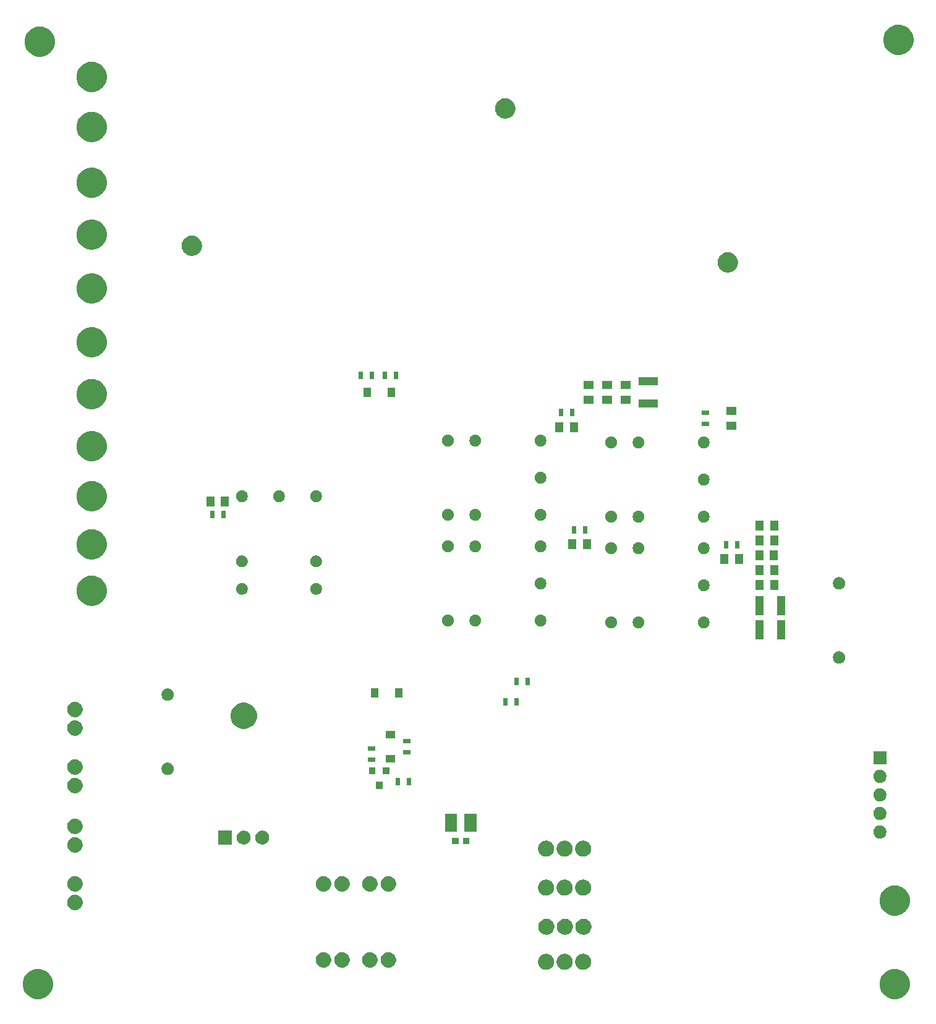
<source format=gbr>
G04 #@! TF.GenerationSoftware,KiCad,Pcbnew,(5.1.5)-3*
G04 #@! TF.CreationDate,2021-08-07T14:36:52-05:00*
G04 #@! TF.ProjectId,BTMS,42544d53-2e6b-4696-9361-645f70636258,rev?*
G04 #@! TF.SameCoordinates,Original*
G04 #@! TF.FileFunction,Soldermask,Bot*
G04 #@! TF.FilePolarity,Negative*
%FSLAX46Y46*%
G04 Gerber Fmt 4.6, Leading zero omitted, Abs format (unit mm)*
G04 Created by KiCad (PCBNEW (5.1.5)-3) date 2021-08-07 14:36:52*
%MOMM*%
%LPD*%
G04 APERTURE LIST*
%ADD10C,0.100000*%
G04 APERTURE END LIST*
D10*
G36*
X152912916Y-170139693D02*
G01*
X153261589Y-170209048D01*
X153640671Y-170366069D01*
X153981835Y-170594028D01*
X154271972Y-170884165D01*
X154499931Y-171225329D01*
X154656952Y-171604411D01*
X154737000Y-172006842D01*
X154737000Y-172417158D01*
X154656952Y-172819589D01*
X154499931Y-173198671D01*
X154271972Y-173539835D01*
X153981835Y-173829972D01*
X153640671Y-174057931D01*
X153261589Y-174214952D01*
X152859159Y-174295000D01*
X152448841Y-174295000D01*
X152046411Y-174214952D01*
X151667329Y-174057931D01*
X151326165Y-173829972D01*
X151036028Y-173539835D01*
X150808069Y-173198671D01*
X150651048Y-172819589D01*
X150571000Y-172417158D01*
X150571000Y-172006842D01*
X150651048Y-171604411D01*
X150808069Y-171225329D01*
X151036028Y-170884165D01*
X151326165Y-170594028D01*
X151667329Y-170366069D01*
X152046411Y-170209048D01*
X152395084Y-170139693D01*
X152448841Y-170129000D01*
X152859159Y-170129000D01*
X152912916Y-170139693D01*
G37*
G36*
X35564916Y-170139693D02*
G01*
X35913589Y-170209048D01*
X36292671Y-170366069D01*
X36633835Y-170594028D01*
X36923972Y-170884165D01*
X37151931Y-171225329D01*
X37308952Y-171604411D01*
X37389000Y-172006842D01*
X37389000Y-172417158D01*
X37308952Y-172819589D01*
X37151931Y-173198671D01*
X36923972Y-173539835D01*
X36633835Y-173829972D01*
X36292671Y-174057931D01*
X35913589Y-174214952D01*
X35511159Y-174295000D01*
X35100841Y-174295000D01*
X34698411Y-174214952D01*
X34319329Y-174057931D01*
X33978165Y-173829972D01*
X33688028Y-173539835D01*
X33460069Y-173198671D01*
X33303048Y-172819589D01*
X33223000Y-172417158D01*
X33223000Y-172006842D01*
X33303048Y-171604411D01*
X33460069Y-171225329D01*
X33688028Y-170884165D01*
X33978165Y-170594028D01*
X34319329Y-170366069D01*
X34698411Y-170209048D01*
X35047084Y-170139693D01*
X35100841Y-170129000D01*
X35511159Y-170129000D01*
X35564916Y-170139693D01*
G37*
G36*
X107656794Y-168084155D02*
G01*
X107763150Y-168105311D01*
X107963520Y-168188307D01*
X108143844Y-168308795D01*
X108297205Y-168462156D01*
X108417693Y-168642480D01*
X108417693Y-168642481D01*
X108500689Y-168842850D01*
X108543000Y-169055561D01*
X108543000Y-169272439D01*
X108515126Y-169412573D01*
X108500689Y-169485149D01*
X108417693Y-169685520D01*
X108297205Y-169865844D01*
X108143844Y-170019205D01*
X107963520Y-170139693D01*
X107863334Y-170181191D01*
X107763150Y-170222689D01*
X107656794Y-170243845D01*
X107550440Y-170265000D01*
X107333560Y-170265000D01*
X107227206Y-170243845D01*
X107120850Y-170222689D01*
X107020666Y-170181191D01*
X106920480Y-170139693D01*
X106740156Y-170019205D01*
X106586795Y-169865844D01*
X106466307Y-169685520D01*
X106383311Y-169485149D01*
X106368875Y-169412573D01*
X106341000Y-169272439D01*
X106341000Y-169055561D01*
X106383311Y-168842850D01*
X106466307Y-168642481D01*
X106466307Y-168642480D01*
X106586795Y-168462156D01*
X106740156Y-168308795D01*
X106920480Y-168188307D01*
X107120850Y-168105311D01*
X107227206Y-168084155D01*
X107333560Y-168063000D01*
X107550440Y-168063000D01*
X107656794Y-168084155D01*
G37*
G36*
X105116794Y-168084155D02*
G01*
X105223150Y-168105311D01*
X105423520Y-168188307D01*
X105603844Y-168308795D01*
X105757205Y-168462156D01*
X105877693Y-168642480D01*
X105877693Y-168642481D01*
X105960689Y-168842850D01*
X106003000Y-169055561D01*
X106003000Y-169272439D01*
X105975126Y-169412573D01*
X105960689Y-169485149D01*
X105877693Y-169685520D01*
X105757205Y-169865844D01*
X105603844Y-170019205D01*
X105423520Y-170139693D01*
X105323334Y-170181191D01*
X105223150Y-170222689D01*
X105116794Y-170243845D01*
X105010440Y-170265000D01*
X104793560Y-170265000D01*
X104687206Y-170243845D01*
X104580850Y-170222689D01*
X104480666Y-170181191D01*
X104380480Y-170139693D01*
X104200156Y-170019205D01*
X104046795Y-169865844D01*
X103926307Y-169685520D01*
X103843311Y-169485149D01*
X103828875Y-169412573D01*
X103801000Y-169272439D01*
X103801000Y-169055561D01*
X103843311Y-168842850D01*
X103926307Y-168642481D01*
X103926307Y-168642480D01*
X104046795Y-168462156D01*
X104200156Y-168308795D01*
X104380480Y-168188307D01*
X104580850Y-168105311D01*
X104687206Y-168084155D01*
X104793560Y-168063000D01*
X105010440Y-168063000D01*
X105116794Y-168084155D01*
G37*
G36*
X110196794Y-168084155D02*
G01*
X110303150Y-168105311D01*
X110503520Y-168188307D01*
X110683844Y-168308795D01*
X110837205Y-168462156D01*
X110957693Y-168642480D01*
X110957693Y-168642481D01*
X111040689Y-168842850D01*
X111083000Y-169055561D01*
X111083000Y-169272439D01*
X111055126Y-169412573D01*
X111040689Y-169485149D01*
X110957693Y-169685520D01*
X110837205Y-169865844D01*
X110683844Y-170019205D01*
X110503520Y-170139693D01*
X110403334Y-170181191D01*
X110303150Y-170222689D01*
X110196794Y-170243845D01*
X110090440Y-170265000D01*
X109873560Y-170265000D01*
X109767206Y-170243845D01*
X109660850Y-170222689D01*
X109560666Y-170181191D01*
X109460480Y-170139693D01*
X109280156Y-170019205D01*
X109126795Y-169865844D01*
X109006307Y-169685520D01*
X108923311Y-169485149D01*
X108908875Y-169412573D01*
X108881000Y-169272439D01*
X108881000Y-169055561D01*
X108923311Y-168842850D01*
X109006307Y-168642481D01*
X109006307Y-168642480D01*
X109126795Y-168462156D01*
X109280156Y-168308795D01*
X109460480Y-168188307D01*
X109660850Y-168105311D01*
X109767206Y-168084155D01*
X109873560Y-168063000D01*
X110090440Y-168063000D01*
X110196794Y-168084155D01*
G37*
G36*
X74663154Y-167876182D02*
G01*
X74731482Y-167889773D01*
X74828027Y-167929764D01*
X74924573Y-167969754D01*
X75098346Y-168085865D01*
X75246135Y-168233654D01*
X75362246Y-168407427D01*
X75442227Y-168600519D01*
X75483000Y-168805499D01*
X75483000Y-169014501D01*
X75442227Y-169219481D01*
X75362246Y-169412573D01*
X75246135Y-169586346D01*
X75098346Y-169734135D01*
X74924573Y-169850246D01*
X74886911Y-169865846D01*
X74731482Y-169930227D01*
X74663154Y-169943818D01*
X74526501Y-169971000D01*
X74317499Y-169971000D01*
X74180846Y-169943818D01*
X74112518Y-169930227D01*
X73957089Y-169865846D01*
X73919427Y-169850246D01*
X73745654Y-169734135D01*
X73597865Y-169586346D01*
X73481754Y-169412573D01*
X73401773Y-169219481D01*
X73361000Y-169014501D01*
X73361000Y-168805499D01*
X73401773Y-168600519D01*
X73481754Y-168407427D01*
X73597865Y-168233654D01*
X73745654Y-168085865D01*
X73919427Y-167969754D01*
X74015973Y-167929764D01*
X74112518Y-167889773D01*
X74180846Y-167876182D01*
X74317499Y-167849000D01*
X74526501Y-167849000D01*
X74663154Y-167876182D01*
G37*
G36*
X77203154Y-167876182D02*
G01*
X77271482Y-167889773D01*
X77368027Y-167929764D01*
X77464573Y-167969754D01*
X77638346Y-168085865D01*
X77786135Y-168233654D01*
X77902246Y-168407427D01*
X77982227Y-168600519D01*
X78023000Y-168805499D01*
X78023000Y-169014501D01*
X77982227Y-169219481D01*
X77902246Y-169412573D01*
X77786135Y-169586346D01*
X77638346Y-169734135D01*
X77464573Y-169850246D01*
X77426911Y-169865846D01*
X77271482Y-169930227D01*
X77203154Y-169943818D01*
X77066501Y-169971000D01*
X76857499Y-169971000D01*
X76720846Y-169943818D01*
X76652518Y-169930227D01*
X76497089Y-169865846D01*
X76459427Y-169850246D01*
X76285654Y-169734135D01*
X76137865Y-169586346D01*
X76021754Y-169412573D01*
X75941773Y-169219481D01*
X75901000Y-169014501D01*
X75901000Y-168805499D01*
X75941773Y-168600519D01*
X76021754Y-168407427D01*
X76137865Y-168233654D01*
X76285654Y-168085865D01*
X76459427Y-167969754D01*
X76555973Y-167929764D01*
X76652518Y-167889773D01*
X76720846Y-167876182D01*
X76857499Y-167849000D01*
X77066501Y-167849000D01*
X77203154Y-167876182D01*
G37*
G36*
X81013154Y-167876182D02*
G01*
X81081482Y-167889773D01*
X81178027Y-167929764D01*
X81274573Y-167969754D01*
X81448346Y-168085865D01*
X81596135Y-168233654D01*
X81712246Y-168407427D01*
X81792227Y-168600519D01*
X81833000Y-168805499D01*
X81833000Y-169014501D01*
X81792227Y-169219481D01*
X81712246Y-169412573D01*
X81596135Y-169586346D01*
X81448346Y-169734135D01*
X81274573Y-169850246D01*
X81236911Y-169865846D01*
X81081482Y-169930227D01*
X81013154Y-169943818D01*
X80876501Y-169971000D01*
X80667499Y-169971000D01*
X80530846Y-169943818D01*
X80462518Y-169930227D01*
X80307089Y-169865846D01*
X80269427Y-169850246D01*
X80095654Y-169734135D01*
X79947865Y-169586346D01*
X79831754Y-169412573D01*
X79751773Y-169219481D01*
X79711000Y-169014501D01*
X79711000Y-168805499D01*
X79751773Y-168600519D01*
X79831754Y-168407427D01*
X79947865Y-168233654D01*
X80095654Y-168085865D01*
X80269427Y-167969754D01*
X80365973Y-167929764D01*
X80462518Y-167889773D01*
X80530846Y-167876182D01*
X80667499Y-167849000D01*
X80876501Y-167849000D01*
X81013154Y-167876182D01*
G37*
G36*
X83553154Y-167876182D02*
G01*
X83621482Y-167889773D01*
X83718027Y-167929764D01*
X83814573Y-167969754D01*
X83988346Y-168085865D01*
X84136135Y-168233654D01*
X84252246Y-168407427D01*
X84332227Y-168600519D01*
X84373000Y-168805499D01*
X84373000Y-169014501D01*
X84332227Y-169219481D01*
X84252246Y-169412573D01*
X84136135Y-169586346D01*
X83988346Y-169734135D01*
X83814573Y-169850246D01*
X83776911Y-169865846D01*
X83621482Y-169930227D01*
X83553154Y-169943818D01*
X83416501Y-169971000D01*
X83207499Y-169971000D01*
X83070846Y-169943818D01*
X83002518Y-169930227D01*
X82847089Y-169865846D01*
X82809427Y-169850246D01*
X82635654Y-169734135D01*
X82487865Y-169586346D01*
X82371754Y-169412573D01*
X82291773Y-169219481D01*
X82251000Y-169014501D01*
X82251000Y-168805499D01*
X82291773Y-168600519D01*
X82371754Y-168407427D01*
X82487865Y-168233654D01*
X82635654Y-168085865D01*
X82809427Y-167969754D01*
X82905973Y-167929764D01*
X83002518Y-167889773D01*
X83070846Y-167876182D01*
X83207499Y-167849000D01*
X83416501Y-167849000D01*
X83553154Y-167876182D01*
G37*
G36*
X105163795Y-163279156D02*
G01*
X105270151Y-163300312D01*
X105470521Y-163383308D01*
X105650845Y-163503796D01*
X105804206Y-163657157D01*
X105924694Y-163837481D01*
X106007690Y-164037852D01*
X106050001Y-164250561D01*
X106050001Y-164467441D01*
X106007690Y-164680150D01*
X105924694Y-164880521D01*
X105804206Y-165060845D01*
X105650845Y-165214206D01*
X105470521Y-165334694D01*
X105370335Y-165376192D01*
X105270151Y-165417690D01*
X105163795Y-165438846D01*
X105057441Y-165460001D01*
X104840561Y-165460001D01*
X104734207Y-165438846D01*
X104627851Y-165417690D01*
X104527667Y-165376192D01*
X104427481Y-165334694D01*
X104247157Y-165214206D01*
X104093796Y-165060845D01*
X103973308Y-164880521D01*
X103890312Y-164680150D01*
X103848001Y-164467441D01*
X103848001Y-164250561D01*
X103890312Y-164037852D01*
X103973308Y-163837481D01*
X104093796Y-163657157D01*
X104247157Y-163503796D01*
X104427481Y-163383308D01*
X104627851Y-163300312D01*
X104734207Y-163279156D01*
X104840561Y-163258001D01*
X105057441Y-163258001D01*
X105163795Y-163279156D01*
G37*
G36*
X107703795Y-163279156D02*
G01*
X107810151Y-163300312D01*
X108010521Y-163383308D01*
X108190845Y-163503796D01*
X108344206Y-163657157D01*
X108464694Y-163837481D01*
X108547690Y-164037852D01*
X108590001Y-164250561D01*
X108590001Y-164467441D01*
X108547690Y-164680150D01*
X108464694Y-164880521D01*
X108344206Y-165060845D01*
X108190845Y-165214206D01*
X108010521Y-165334694D01*
X107910335Y-165376192D01*
X107810151Y-165417690D01*
X107703795Y-165438846D01*
X107597441Y-165460001D01*
X107380561Y-165460001D01*
X107274207Y-165438846D01*
X107167851Y-165417690D01*
X107067667Y-165376192D01*
X106967481Y-165334694D01*
X106787157Y-165214206D01*
X106633796Y-165060845D01*
X106513308Y-164880521D01*
X106430312Y-164680150D01*
X106388001Y-164467441D01*
X106388001Y-164250561D01*
X106430312Y-164037852D01*
X106513308Y-163837481D01*
X106633796Y-163657157D01*
X106787157Y-163503796D01*
X106967481Y-163383308D01*
X107167851Y-163300312D01*
X107274207Y-163279156D01*
X107380561Y-163258001D01*
X107597441Y-163258001D01*
X107703795Y-163279156D01*
G37*
G36*
X110243795Y-163279156D02*
G01*
X110350151Y-163300312D01*
X110550521Y-163383308D01*
X110730845Y-163503796D01*
X110884206Y-163657157D01*
X111004694Y-163837481D01*
X111087690Y-164037852D01*
X111130001Y-164250561D01*
X111130001Y-164467441D01*
X111087690Y-164680150D01*
X111004694Y-164880521D01*
X110884206Y-165060845D01*
X110730845Y-165214206D01*
X110550521Y-165334694D01*
X110450335Y-165376192D01*
X110350151Y-165417690D01*
X110243795Y-165438846D01*
X110137441Y-165460001D01*
X109920561Y-165460001D01*
X109814207Y-165438846D01*
X109707851Y-165417690D01*
X109607667Y-165376192D01*
X109507481Y-165334694D01*
X109327157Y-165214206D01*
X109173796Y-165060845D01*
X109053308Y-164880521D01*
X108970312Y-164680150D01*
X108928001Y-164467441D01*
X108928001Y-164250561D01*
X108970312Y-164037852D01*
X109053308Y-163837481D01*
X109173796Y-163657157D01*
X109327157Y-163503796D01*
X109507481Y-163383308D01*
X109707851Y-163300312D01*
X109814207Y-163279156D01*
X109920561Y-163258001D01*
X110137441Y-163258001D01*
X110243795Y-163279156D01*
G37*
G36*
X153060373Y-158739024D02*
G01*
X153261589Y-158779048D01*
X153640671Y-158936069D01*
X153904627Y-159112439D01*
X153981835Y-159164028D01*
X154271972Y-159454165D01*
X154499932Y-159795331D01*
X154656952Y-160174412D01*
X154728365Y-160533428D01*
X154737000Y-160576842D01*
X154737000Y-160987158D01*
X154656952Y-161389589D01*
X154499931Y-161768671D01*
X154271972Y-162109835D01*
X153981835Y-162399972D01*
X153640671Y-162627931D01*
X153261589Y-162784952D01*
X152859159Y-162865000D01*
X152448841Y-162865000D01*
X152046411Y-162784952D01*
X151667329Y-162627931D01*
X151326165Y-162399972D01*
X151036028Y-162109835D01*
X150808069Y-161768671D01*
X150651048Y-161389589D01*
X150571000Y-160987158D01*
X150571000Y-160576842D01*
X150579636Y-160533428D01*
X150651048Y-160174412D01*
X150808068Y-159795331D01*
X151036028Y-159454165D01*
X151326165Y-159164028D01*
X151403373Y-159112439D01*
X151667329Y-158936069D01*
X152046411Y-158779048D01*
X152247627Y-158739024D01*
X152448841Y-158699000D01*
X152859159Y-158699000D01*
X153060373Y-158739024D01*
G37*
G36*
X40627154Y-160002182D02*
G01*
X40695482Y-160015773D01*
X40792027Y-160055763D01*
X40888573Y-160095754D01*
X41062346Y-160211865D01*
X41210135Y-160359654D01*
X41326246Y-160533427D01*
X41344229Y-160576842D01*
X41406227Y-160726518D01*
X41447000Y-160931501D01*
X41447000Y-161140499D01*
X41406227Y-161345482D01*
X41387957Y-161389589D01*
X41326246Y-161538573D01*
X41210135Y-161712346D01*
X41062346Y-161860135D01*
X40888573Y-161976246D01*
X40792027Y-162016236D01*
X40695482Y-162056227D01*
X40627154Y-162069818D01*
X40490501Y-162097000D01*
X40281499Y-162097000D01*
X40144846Y-162069818D01*
X40076518Y-162056227D01*
X39979973Y-162016236D01*
X39883427Y-161976246D01*
X39709654Y-161860135D01*
X39561865Y-161712346D01*
X39445754Y-161538573D01*
X39384043Y-161389589D01*
X39365773Y-161345482D01*
X39325000Y-161140499D01*
X39325000Y-160931501D01*
X39365773Y-160726518D01*
X39427771Y-160576842D01*
X39445754Y-160533427D01*
X39561865Y-160359654D01*
X39709654Y-160211865D01*
X39883427Y-160095754D01*
X39979973Y-160055763D01*
X40076518Y-160015773D01*
X40144846Y-160002182D01*
X40281499Y-159975000D01*
X40490501Y-159975000D01*
X40627154Y-160002182D01*
G37*
G36*
X110196795Y-157924156D02*
G01*
X110303150Y-157945311D01*
X110503520Y-158028307D01*
X110683844Y-158148795D01*
X110837205Y-158302156D01*
X110957693Y-158482480D01*
X110957693Y-158482481D01*
X111040689Y-158682850D01*
X111083000Y-158895561D01*
X111083000Y-159112439D01*
X111041687Y-159320135D01*
X111040689Y-159325149D01*
X110957693Y-159525520D01*
X110837205Y-159705844D01*
X110683844Y-159859205D01*
X110503520Y-159979693D01*
X110416415Y-160015773D01*
X110303150Y-160062689D01*
X110196794Y-160083845D01*
X110090440Y-160105000D01*
X109873560Y-160105000D01*
X109767206Y-160083845D01*
X109660850Y-160062689D01*
X109547585Y-160015773D01*
X109460480Y-159979693D01*
X109280156Y-159859205D01*
X109126795Y-159705844D01*
X109006307Y-159525520D01*
X108923311Y-159325149D01*
X108922314Y-159320135D01*
X108881000Y-159112439D01*
X108881000Y-158895561D01*
X108923311Y-158682850D01*
X109006307Y-158482481D01*
X109006307Y-158482480D01*
X109126795Y-158302156D01*
X109280156Y-158148795D01*
X109460480Y-158028307D01*
X109660850Y-157945311D01*
X109767205Y-157924156D01*
X109873560Y-157903000D01*
X110090440Y-157903000D01*
X110196795Y-157924156D01*
G37*
G36*
X107656795Y-157924156D02*
G01*
X107763150Y-157945311D01*
X107963520Y-158028307D01*
X108143844Y-158148795D01*
X108297205Y-158302156D01*
X108417693Y-158482480D01*
X108417693Y-158482481D01*
X108500689Y-158682850D01*
X108543000Y-158895561D01*
X108543000Y-159112439D01*
X108501687Y-159320135D01*
X108500689Y-159325149D01*
X108417693Y-159525520D01*
X108297205Y-159705844D01*
X108143844Y-159859205D01*
X107963520Y-159979693D01*
X107876415Y-160015773D01*
X107763150Y-160062689D01*
X107656794Y-160083845D01*
X107550440Y-160105000D01*
X107333560Y-160105000D01*
X107227206Y-160083845D01*
X107120850Y-160062689D01*
X107007585Y-160015773D01*
X106920480Y-159979693D01*
X106740156Y-159859205D01*
X106586795Y-159705844D01*
X106466307Y-159525520D01*
X106383311Y-159325149D01*
X106382314Y-159320135D01*
X106341000Y-159112439D01*
X106341000Y-158895561D01*
X106383311Y-158682850D01*
X106466307Y-158482481D01*
X106466307Y-158482480D01*
X106586795Y-158302156D01*
X106740156Y-158148795D01*
X106920480Y-158028307D01*
X107120850Y-157945311D01*
X107227205Y-157924156D01*
X107333560Y-157903000D01*
X107550440Y-157903000D01*
X107656795Y-157924156D01*
G37*
G36*
X105116795Y-157924156D02*
G01*
X105223150Y-157945311D01*
X105423520Y-158028307D01*
X105603844Y-158148795D01*
X105757205Y-158302156D01*
X105877693Y-158482480D01*
X105877693Y-158482481D01*
X105960689Y-158682850D01*
X106003000Y-158895561D01*
X106003000Y-159112439D01*
X105961687Y-159320135D01*
X105960689Y-159325149D01*
X105877693Y-159525520D01*
X105757205Y-159705844D01*
X105603844Y-159859205D01*
X105423520Y-159979693D01*
X105336415Y-160015773D01*
X105223150Y-160062689D01*
X105116794Y-160083845D01*
X105010440Y-160105000D01*
X104793560Y-160105000D01*
X104687206Y-160083845D01*
X104580850Y-160062689D01*
X104467585Y-160015773D01*
X104380480Y-159979693D01*
X104200156Y-159859205D01*
X104046795Y-159705844D01*
X103926307Y-159525520D01*
X103843311Y-159325149D01*
X103842314Y-159320135D01*
X103801000Y-159112439D01*
X103801000Y-158895561D01*
X103843311Y-158682850D01*
X103926307Y-158482481D01*
X103926307Y-158482480D01*
X104046795Y-158302156D01*
X104200156Y-158148795D01*
X104380480Y-158028307D01*
X104580850Y-157945311D01*
X104687205Y-157924156D01*
X104793560Y-157903000D01*
X105010440Y-157903000D01*
X105116795Y-157924156D01*
G37*
G36*
X40627154Y-157462182D02*
G01*
X40695482Y-157475773D01*
X40792027Y-157515764D01*
X40888573Y-157555754D01*
X41062346Y-157671865D01*
X41210135Y-157819654D01*
X41326246Y-157993427D01*
X41366236Y-158089973D01*
X41390602Y-158148795D01*
X41406227Y-158186519D01*
X41447000Y-158391499D01*
X41447000Y-158600501D01*
X41406227Y-158805481D01*
X41326246Y-158998573D01*
X41210135Y-159172346D01*
X41062346Y-159320135D01*
X40888573Y-159436246D01*
X40792027Y-159476236D01*
X40695482Y-159516227D01*
X40648767Y-159525519D01*
X40490501Y-159557000D01*
X40281499Y-159557000D01*
X40123233Y-159525519D01*
X40076518Y-159516227D01*
X39979973Y-159476236D01*
X39883427Y-159436246D01*
X39709654Y-159320135D01*
X39561865Y-159172346D01*
X39445754Y-158998573D01*
X39365773Y-158805481D01*
X39325000Y-158600501D01*
X39325000Y-158391499D01*
X39365773Y-158186519D01*
X39381399Y-158148795D01*
X39405763Y-158089973D01*
X39445754Y-157993427D01*
X39561865Y-157819654D01*
X39709654Y-157671865D01*
X39883427Y-157555754D01*
X39979973Y-157515764D01*
X40076518Y-157475773D01*
X40144846Y-157462182D01*
X40281499Y-157435000D01*
X40490501Y-157435000D01*
X40627154Y-157462182D01*
G37*
G36*
X81013154Y-157462182D02*
G01*
X81081482Y-157475773D01*
X81178027Y-157515764D01*
X81274573Y-157555754D01*
X81448346Y-157671865D01*
X81596135Y-157819654D01*
X81712246Y-157993427D01*
X81752236Y-158089973D01*
X81776602Y-158148795D01*
X81792227Y-158186519D01*
X81833000Y-158391499D01*
X81833000Y-158600501D01*
X81792227Y-158805481D01*
X81712246Y-158998573D01*
X81596135Y-159172346D01*
X81448346Y-159320135D01*
X81274573Y-159436246D01*
X81178027Y-159476236D01*
X81081482Y-159516227D01*
X81034767Y-159525519D01*
X80876501Y-159557000D01*
X80667499Y-159557000D01*
X80509233Y-159525519D01*
X80462518Y-159516227D01*
X80365973Y-159476236D01*
X80269427Y-159436246D01*
X80095654Y-159320135D01*
X79947865Y-159172346D01*
X79831754Y-158998573D01*
X79751773Y-158805481D01*
X79711000Y-158600501D01*
X79711000Y-158391499D01*
X79751773Y-158186519D01*
X79767399Y-158148795D01*
X79791763Y-158089973D01*
X79831754Y-157993427D01*
X79947865Y-157819654D01*
X80095654Y-157671865D01*
X80269427Y-157555754D01*
X80365973Y-157515764D01*
X80462518Y-157475773D01*
X80530846Y-157462182D01*
X80667499Y-157435000D01*
X80876501Y-157435000D01*
X81013154Y-157462182D01*
G37*
G36*
X77203154Y-157462182D02*
G01*
X77271482Y-157475773D01*
X77368027Y-157515764D01*
X77464573Y-157555754D01*
X77638346Y-157671865D01*
X77786135Y-157819654D01*
X77902246Y-157993427D01*
X77942236Y-158089973D01*
X77966602Y-158148795D01*
X77982227Y-158186519D01*
X78023000Y-158391499D01*
X78023000Y-158600501D01*
X77982227Y-158805481D01*
X77902246Y-158998573D01*
X77786135Y-159172346D01*
X77638346Y-159320135D01*
X77464573Y-159436246D01*
X77368027Y-159476236D01*
X77271482Y-159516227D01*
X77224767Y-159525519D01*
X77066501Y-159557000D01*
X76857499Y-159557000D01*
X76699233Y-159525519D01*
X76652518Y-159516227D01*
X76555973Y-159476236D01*
X76459427Y-159436246D01*
X76285654Y-159320135D01*
X76137865Y-159172346D01*
X76021754Y-158998573D01*
X75941773Y-158805481D01*
X75901000Y-158600501D01*
X75901000Y-158391499D01*
X75941773Y-158186519D01*
X75957399Y-158148795D01*
X75981763Y-158089973D01*
X76021754Y-157993427D01*
X76137865Y-157819654D01*
X76285654Y-157671865D01*
X76459427Y-157555754D01*
X76555973Y-157515764D01*
X76652518Y-157475773D01*
X76720846Y-157462182D01*
X76857499Y-157435000D01*
X77066501Y-157435000D01*
X77203154Y-157462182D01*
G37*
G36*
X83553154Y-157462182D02*
G01*
X83621482Y-157475773D01*
X83718027Y-157515764D01*
X83814573Y-157555754D01*
X83988346Y-157671865D01*
X84136135Y-157819654D01*
X84252246Y-157993427D01*
X84292236Y-158089973D01*
X84316602Y-158148795D01*
X84332227Y-158186519D01*
X84373000Y-158391499D01*
X84373000Y-158600501D01*
X84332227Y-158805481D01*
X84252246Y-158998573D01*
X84136135Y-159172346D01*
X83988346Y-159320135D01*
X83814573Y-159436246D01*
X83718027Y-159476236D01*
X83621482Y-159516227D01*
X83574767Y-159525519D01*
X83416501Y-159557000D01*
X83207499Y-159557000D01*
X83049233Y-159525519D01*
X83002518Y-159516227D01*
X82905973Y-159476236D01*
X82809427Y-159436246D01*
X82635654Y-159320135D01*
X82487865Y-159172346D01*
X82371754Y-158998573D01*
X82291773Y-158805481D01*
X82251000Y-158600501D01*
X82251000Y-158391499D01*
X82291773Y-158186519D01*
X82307399Y-158148795D01*
X82331763Y-158089973D01*
X82371754Y-157993427D01*
X82487865Y-157819654D01*
X82635654Y-157671865D01*
X82809427Y-157555754D01*
X82905973Y-157515764D01*
X83002518Y-157475773D01*
X83070846Y-157462182D01*
X83207499Y-157435000D01*
X83416501Y-157435000D01*
X83553154Y-157462182D01*
G37*
G36*
X74663154Y-157462182D02*
G01*
X74731482Y-157475773D01*
X74828027Y-157515764D01*
X74924573Y-157555754D01*
X75098346Y-157671865D01*
X75246135Y-157819654D01*
X75362246Y-157993427D01*
X75402236Y-158089973D01*
X75426602Y-158148795D01*
X75442227Y-158186519D01*
X75483000Y-158391499D01*
X75483000Y-158600501D01*
X75442227Y-158805481D01*
X75362246Y-158998573D01*
X75246135Y-159172346D01*
X75098346Y-159320135D01*
X74924573Y-159436246D01*
X74828027Y-159476236D01*
X74731482Y-159516227D01*
X74684767Y-159525519D01*
X74526501Y-159557000D01*
X74317499Y-159557000D01*
X74159233Y-159525519D01*
X74112518Y-159516227D01*
X74015973Y-159476236D01*
X73919427Y-159436246D01*
X73745654Y-159320135D01*
X73597865Y-159172346D01*
X73481754Y-158998573D01*
X73401773Y-158805481D01*
X73361000Y-158600501D01*
X73361000Y-158391499D01*
X73401773Y-158186519D01*
X73417399Y-158148795D01*
X73441763Y-158089973D01*
X73481754Y-157993427D01*
X73597865Y-157819654D01*
X73745654Y-157671865D01*
X73919427Y-157555754D01*
X74015973Y-157515764D01*
X74112518Y-157475773D01*
X74180846Y-157462182D01*
X74317499Y-157435000D01*
X74526501Y-157435000D01*
X74663154Y-157462182D01*
G37*
G36*
X107656795Y-152590156D02*
G01*
X107763150Y-152611311D01*
X107963520Y-152694307D01*
X108143844Y-152814795D01*
X108297205Y-152968156D01*
X108417693Y-153148480D01*
X108417693Y-153148481D01*
X108500689Y-153348850D01*
X108543000Y-153561561D01*
X108543000Y-153778439D01*
X108501687Y-153986135D01*
X108500689Y-153991149D01*
X108417693Y-154191520D01*
X108297205Y-154371844D01*
X108143844Y-154525205D01*
X107963520Y-154645693D01*
X107763150Y-154728689D01*
X107656794Y-154749845D01*
X107550440Y-154771000D01*
X107333560Y-154771000D01*
X107227206Y-154749845D01*
X107120850Y-154728689D01*
X106920480Y-154645693D01*
X106740156Y-154525205D01*
X106586795Y-154371844D01*
X106466307Y-154191520D01*
X106383311Y-153991149D01*
X106382314Y-153986135D01*
X106341000Y-153778439D01*
X106341000Y-153561561D01*
X106383311Y-153348850D01*
X106466307Y-153148481D01*
X106466307Y-153148480D01*
X106586795Y-152968156D01*
X106740156Y-152814795D01*
X106920480Y-152694307D01*
X107120850Y-152611311D01*
X107227205Y-152590156D01*
X107333560Y-152569000D01*
X107550440Y-152569000D01*
X107656795Y-152590156D01*
G37*
G36*
X105116795Y-152590156D02*
G01*
X105223150Y-152611311D01*
X105423520Y-152694307D01*
X105603844Y-152814795D01*
X105757205Y-152968156D01*
X105877693Y-153148480D01*
X105877693Y-153148481D01*
X105960689Y-153348850D01*
X106003000Y-153561561D01*
X106003000Y-153778439D01*
X105961687Y-153986135D01*
X105960689Y-153991149D01*
X105877693Y-154191520D01*
X105757205Y-154371844D01*
X105603844Y-154525205D01*
X105423520Y-154645693D01*
X105223150Y-154728689D01*
X105116794Y-154749845D01*
X105010440Y-154771000D01*
X104793560Y-154771000D01*
X104687206Y-154749845D01*
X104580850Y-154728689D01*
X104380480Y-154645693D01*
X104200156Y-154525205D01*
X104046795Y-154371844D01*
X103926307Y-154191520D01*
X103843311Y-153991149D01*
X103842314Y-153986135D01*
X103801000Y-153778439D01*
X103801000Y-153561561D01*
X103843311Y-153348850D01*
X103926307Y-153148481D01*
X103926307Y-153148480D01*
X104046795Y-152968156D01*
X104200156Y-152814795D01*
X104380480Y-152694307D01*
X104580850Y-152611311D01*
X104687205Y-152590156D01*
X104793560Y-152569000D01*
X105010440Y-152569000D01*
X105116795Y-152590156D01*
G37*
G36*
X110196795Y-152590156D02*
G01*
X110303150Y-152611311D01*
X110503520Y-152694307D01*
X110683844Y-152814795D01*
X110837205Y-152968156D01*
X110957693Y-153148480D01*
X110957693Y-153148481D01*
X111040689Y-153348850D01*
X111083000Y-153561561D01*
X111083000Y-153778439D01*
X111041687Y-153986135D01*
X111040689Y-153991149D01*
X110957693Y-154191520D01*
X110837205Y-154371844D01*
X110683844Y-154525205D01*
X110503520Y-154645693D01*
X110303150Y-154728689D01*
X110196794Y-154749845D01*
X110090440Y-154771000D01*
X109873560Y-154771000D01*
X109767206Y-154749845D01*
X109660850Y-154728689D01*
X109460480Y-154645693D01*
X109280156Y-154525205D01*
X109126795Y-154371844D01*
X109006307Y-154191520D01*
X108923311Y-153991149D01*
X108922314Y-153986135D01*
X108881000Y-153778439D01*
X108881000Y-153561561D01*
X108923311Y-153348850D01*
X109006307Y-153148481D01*
X109006307Y-153148480D01*
X109126795Y-152968156D01*
X109280156Y-152814795D01*
X109460480Y-152694307D01*
X109660850Y-152611311D01*
X109767205Y-152590156D01*
X109873560Y-152569000D01*
X110090440Y-152569000D01*
X110196795Y-152590156D01*
G37*
G36*
X40627154Y-152128182D02*
G01*
X40695482Y-152141773D01*
X40792027Y-152181764D01*
X40888573Y-152221754D01*
X41062346Y-152337865D01*
X41210135Y-152485654D01*
X41326246Y-152659427D01*
X41364684Y-152752225D01*
X41406227Y-152852518D01*
X41419818Y-152920846D01*
X41447000Y-153057499D01*
X41447000Y-153266501D01*
X41406227Y-153471481D01*
X41326246Y-153664573D01*
X41210135Y-153838346D01*
X41062346Y-153986135D01*
X40888573Y-154102246D01*
X40792027Y-154142237D01*
X40695482Y-154182227D01*
X40648767Y-154191519D01*
X40490501Y-154223000D01*
X40281499Y-154223000D01*
X40123233Y-154191519D01*
X40076518Y-154182227D01*
X39979973Y-154142237D01*
X39883427Y-154102246D01*
X39709654Y-153986135D01*
X39561865Y-153838346D01*
X39445754Y-153664573D01*
X39365773Y-153471481D01*
X39325000Y-153266501D01*
X39325000Y-153057499D01*
X39352182Y-152920846D01*
X39365773Y-152852518D01*
X39407316Y-152752225D01*
X39445754Y-152659427D01*
X39561865Y-152485654D01*
X39709654Y-152337865D01*
X39883427Y-152221754D01*
X39979973Y-152181764D01*
X40076518Y-152141773D01*
X40144846Y-152128182D01*
X40281499Y-152101000D01*
X40490501Y-152101000D01*
X40627154Y-152128182D01*
G37*
G36*
X66317395Y-151231546D02*
G01*
X66490466Y-151303234D01*
X66490467Y-151303235D01*
X66646227Y-151407310D01*
X66778690Y-151539773D01*
X66778691Y-151539775D01*
X66882766Y-151695534D01*
X66954454Y-151868605D01*
X66991000Y-152052333D01*
X66991000Y-152239667D01*
X66954454Y-152423395D01*
X66882766Y-152596466D01*
X66882765Y-152596467D01*
X66778690Y-152752227D01*
X66646227Y-152884690D01*
X66567818Y-152937081D01*
X66490466Y-152988766D01*
X66317395Y-153060454D01*
X66133667Y-153097000D01*
X65946333Y-153097000D01*
X65762605Y-153060454D01*
X65589534Y-152988766D01*
X65512182Y-152937081D01*
X65433773Y-152884690D01*
X65301310Y-152752227D01*
X65197235Y-152596467D01*
X65197234Y-152596466D01*
X65125546Y-152423395D01*
X65089000Y-152239667D01*
X65089000Y-152052333D01*
X65125546Y-151868605D01*
X65197234Y-151695534D01*
X65301309Y-151539775D01*
X65301310Y-151539773D01*
X65433773Y-151407310D01*
X65589533Y-151303235D01*
X65589534Y-151303234D01*
X65762605Y-151231546D01*
X65946333Y-151195000D01*
X66133667Y-151195000D01*
X66317395Y-151231546D01*
G37*
G36*
X63777395Y-151231546D02*
G01*
X63950466Y-151303234D01*
X63950467Y-151303235D01*
X64106227Y-151407310D01*
X64238690Y-151539773D01*
X64238691Y-151539775D01*
X64342766Y-151695534D01*
X64414454Y-151868605D01*
X64451000Y-152052333D01*
X64451000Y-152239667D01*
X64414454Y-152423395D01*
X64342766Y-152596466D01*
X64342765Y-152596467D01*
X64238690Y-152752227D01*
X64106227Y-152884690D01*
X64027818Y-152937081D01*
X63950466Y-152988766D01*
X63777395Y-153060454D01*
X63593667Y-153097000D01*
X63406333Y-153097000D01*
X63222605Y-153060454D01*
X63049534Y-152988766D01*
X62972182Y-152937081D01*
X62893773Y-152884690D01*
X62761310Y-152752227D01*
X62657235Y-152596467D01*
X62657234Y-152596466D01*
X62585546Y-152423395D01*
X62549000Y-152239667D01*
X62549000Y-152052333D01*
X62585546Y-151868605D01*
X62657234Y-151695534D01*
X62761309Y-151539775D01*
X62761310Y-151539773D01*
X62893773Y-151407310D01*
X63049533Y-151303235D01*
X63049534Y-151303234D01*
X63222605Y-151231546D01*
X63406333Y-151195000D01*
X63593667Y-151195000D01*
X63777395Y-151231546D01*
G37*
G36*
X61911000Y-153097000D02*
G01*
X60009000Y-153097000D01*
X60009000Y-151195000D01*
X61911000Y-151195000D01*
X61911000Y-153097000D01*
G37*
G36*
X92919000Y-153080000D02*
G01*
X92017000Y-153080000D01*
X92017000Y-152228000D01*
X92919000Y-152228000D01*
X92919000Y-153080000D01*
G37*
G36*
X94419000Y-153080000D02*
G01*
X93517000Y-153080000D01*
X93517000Y-152228000D01*
X94419000Y-152228000D01*
X94419000Y-153080000D01*
G37*
G36*
X150735512Y-150487927D02*
G01*
X150884812Y-150517624D01*
X151048784Y-150585544D01*
X151196354Y-150684147D01*
X151321853Y-150809646D01*
X151420456Y-150957216D01*
X151488376Y-151121188D01*
X151523000Y-151295259D01*
X151523000Y-151472741D01*
X151488376Y-151646812D01*
X151420456Y-151810784D01*
X151321853Y-151958354D01*
X151196354Y-152083853D01*
X151048784Y-152182456D01*
X150884812Y-152250376D01*
X150735512Y-152280073D01*
X150710742Y-152285000D01*
X150533258Y-152285000D01*
X150508488Y-152280073D01*
X150359188Y-152250376D01*
X150195216Y-152182456D01*
X150047646Y-152083853D01*
X149922147Y-151958354D01*
X149823544Y-151810784D01*
X149755624Y-151646812D01*
X149721000Y-151472741D01*
X149721000Y-151295259D01*
X149755624Y-151121188D01*
X149823544Y-150957216D01*
X149922147Y-150809646D01*
X150047646Y-150684147D01*
X150195216Y-150585544D01*
X150359188Y-150517624D01*
X150508488Y-150487927D01*
X150533258Y-150483000D01*
X150710742Y-150483000D01*
X150735512Y-150487927D01*
G37*
G36*
X40627154Y-149588182D02*
G01*
X40695482Y-149601773D01*
X40792027Y-149641763D01*
X40888573Y-149681754D01*
X41062346Y-149797865D01*
X41210135Y-149945654D01*
X41326246Y-150119427D01*
X41406227Y-150312519D01*
X41440138Y-150483000D01*
X41447000Y-150517501D01*
X41447000Y-150726499D01*
X41406227Y-150931482D01*
X41366236Y-151028027D01*
X41326246Y-151124573D01*
X41210135Y-151298346D01*
X41062346Y-151446135D01*
X40888573Y-151562246D01*
X40792027Y-151602236D01*
X40695482Y-151642227D01*
X40672436Y-151646811D01*
X40490501Y-151683000D01*
X40281499Y-151683000D01*
X40099564Y-151646811D01*
X40076518Y-151642227D01*
X39979973Y-151602236D01*
X39883427Y-151562246D01*
X39709654Y-151446135D01*
X39561865Y-151298346D01*
X39445754Y-151124573D01*
X39405764Y-151028027D01*
X39365773Y-150931482D01*
X39325000Y-150726499D01*
X39325000Y-150517501D01*
X39331863Y-150483000D01*
X39365773Y-150312519D01*
X39445754Y-150119427D01*
X39561865Y-149945654D01*
X39709654Y-149797865D01*
X39883427Y-149681754D01*
X39979973Y-149641763D01*
X40076518Y-149601773D01*
X40144846Y-149588182D01*
X40281499Y-149561000D01*
X40490501Y-149561000D01*
X40627154Y-149588182D01*
G37*
G36*
X95399000Y-151345000D02*
G01*
X93737000Y-151345000D01*
X93737000Y-148883000D01*
X95399000Y-148883000D01*
X95399000Y-151345000D01*
G37*
G36*
X92699000Y-151345000D02*
G01*
X91037000Y-151345000D01*
X91037000Y-148883000D01*
X92699000Y-148883000D01*
X92699000Y-151345000D01*
G37*
G36*
X150735512Y-147947927D02*
G01*
X150884812Y-147977624D01*
X151048784Y-148045544D01*
X151196354Y-148144147D01*
X151321853Y-148269646D01*
X151420456Y-148417216D01*
X151488376Y-148581188D01*
X151523000Y-148755259D01*
X151523000Y-148932741D01*
X151488376Y-149106812D01*
X151420456Y-149270784D01*
X151321853Y-149418354D01*
X151196354Y-149543853D01*
X151048784Y-149642456D01*
X150884812Y-149710376D01*
X150735512Y-149740073D01*
X150710742Y-149745000D01*
X150533258Y-149745000D01*
X150508488Y-149740073D01*
X150359188Y-149710376D01*
X150195216Y-149642456D01*
X150047646Y-149543853D01*
X149922147Y-149418354D01*
X149823544Y-149270784D01*
X149755624Y-149106812D01*
X149721000Y-148932741D01*
X149721000Y-148755259D01*
X149755624Y-148581188D01*
X149823544Y-148417216D01*
X149922147Y-148269646D01*
X150047646Y-148144147D01*
X150195216Y-148045544D01*
X150359188Y-147977624D01*
X150508488Y-147947927D01*
X150533258Y-147943000D01*
X150710742Y-147943000D01*
X150735512Y-147947927D01*
G37*
G36*
X150735512Y-145407927D02*
G01*
X150884812Y-145437624D01*
X151048784Y-145505544D01*
X151196354Y-145604147D01*
X151321853Y-145729646D01*
X151420456Y-145877216D01*
X151488376Y-146041188D01*
X151523000Y-146215259D01*
X151523000Y-146392741D01*
X151488376Y-146566812D01*
X151420456Y-146730784D01*
X151321853Y-146878354D01*
X151196354Y-147003853D01*
X151048784Y-147102456D01*
X150884812Y-147170376D01*
X150735512Y-147200073D01*
X150710742Y-147205000D01*
X150533258Y-147205000D01*
X150508488Y-147200073D01*
X150359188Y-147170376D01*
X150195216Y-147102456D01*
X150047646Y-147003853D01*
X149922147Y-146878354D01*
X149823544Y-146730784D01*
X149755624Y-146566812D01*
X149721000Y-146392741D01*
X149721000Y-146215259D01*
X149755624Y-146041188D01*
X149823544Y-145877216D01*
X149922147Y-145729646D01*
X150047646Y-145604147D01*
X150195216Y-145505544D01*
X150359188Y-145437624D01*
X150508488Y-145407927D01*
X150533258Y-145403000D01*
X150710742Y-145403000D01*
X150735512Y-145407927D01*
G37*
G36*
X40627154Y-144000182D02*
G01*
X40695482Y-144013773D01*
X40792027Y-144053764D01*
X40888573Y-144093754D01*
X41062346Y-144209865D01*
X41210135Y-144357654D01*
X41326246Y-144531427D01*
X41406227Y-144724519D01*
X41447000Y-144929499D01*
X41447000Y-145138501D01*
X41406227Y-145343481D01*
X41326246Y-145536573D01*
X41210135Y-145710346D01*
X41062346Y-145858135D01*
X40888573Y-145974246D01*
X40792027Y-146014237D01*
X40695482Y-146054227D01*
X40627154Y-146067818D01*
X40490501Y-146095000D01*
X40281499Y-146095000D01*
X40144846Y-146067818D01*
X40076518Y-146054227D01*
X39979973Y-146014237D01*
X39883427Y-145974246D01*
X39709654Y-145858135D01*
X39561865Y-145710346D01*
X39445754Y-145536573D01*
X39365773Y-145343481D01*
X39325000Y-145138501D01*
X39325000Y-144929499D01*
X39365773Y-144724519D01*
X39445754Y-144531427D01*
X39561865Y-144357654D01*
X39709654Y-144209865D01*
X39883427Y-144093754D01*
X39979973Y-144053764D01*
X40076518Y-144013773D01*
X40144846Y-144000182D01*
X40281499Y-143973000D01*
X40490501Y-143973000D01*
X40627154Y-144000182D01*
G37*
G36*
X82493000Y-145519000D02*
G01*
X81591000Y-145519000D01*
X81591000Y-144517000D01*
X82493000Y-144517000D01*
X82493000Y-145519000D01*
G37*
G36*
X84895000Y-145027000D02*
G01*
X84293000Y-145027000D01*
X84293000Y-144025000D01*
X84895000Y-144025000D01*
X84895000Y-145027000D01*
G37*
G36*
X86395000Y-145027000D02*
G01*
X85793000Y-145027000D01*
X85793000Y-144025000D01*
X86395000Y-144025000D01*
X86395000Y-145027000D01*
G37*
G36*
X150735512Y-142867927D02*
G01*
X150884812Y-142897624D01*
X151048784Y-142965544D01*
X151196354Y-143064147D01*
X151321853Y-143189646D01*
X151420456Y-143337216D01*
X151488376Y-143501188D01*
X151523000Y-143675259D01*
X151523000Y-143852741D01*
X151488376Y-144026812D01*
X151420456Y-144190784D01*
X151321853Y-144338354D01*
X151196354Y-144463853D01*
X151048784Y-144562456D01*
X150884812Y-144630376D01*
X150735512Y-144660073D01*
X150710742Y-144665000D01*
X150533258Y-144665000D01*
X150508488Y-144660073D01*
X150359188Y-144630376D01*
X150195216Y-144562456D01*
X150047646Y-144463853D01*
X149922147Y-144338354D01*
X149823544Y-144190784D01*
X149755624Y-144026812D01*
X149721000Y-143852741D01*
X149721000Y-143675259D01*
X149755624Y-143501188D01*
X149823544Y-143337216D01*
X149922147Y-143189646D01*
X150047646Y-143064147D01*
X150195216Y-142965544D01*
X150359188Y-142897624D01*
X150508488Y-142867927D01*
X150533258Y-142863000D01*
X150710742Y-142863000D01*
X150735512Y-142867927D01*
G37*
G36*
X53334228Y-141929703D02*
G01*
X53489100Y-141993853D01*
X53628481Y-142086985D01*
X53747015Y-142205519D01*
X53840147Y-142344900D01*
X53904297Y-142499772D01*
X53937000Y-142664184D01*
X53937000Y-142831816D01*
X53904297Y-142996228D01*
X53840147Y-143151100D01*
X53747015Y-143290481D01*
X53628481Y-143409015D01*
X53489100Y-143502147D01*
X53334228Y-143566297D01*
X53169816Y-143599000D01*
X53002184Y-143599000D01*
X52837772Y-143566297D01*
X52682900Y-143502147D01*
X52543519Y-143409015D01*
X52424985Y-143290481D01*
X52331853Y-143151100D01*
X52267703Y-142996228D01*
X52235000Y-142831816D01*
X52235000Y-142664184D01*
X52267703Y-142499772D01*
X52331853Y-142344900D01*
X52424985Y-142205519D01*
X52543519Y-142086985D01*
X52682900Y-141993853D01*
X52837772Y-141929703D01*
X53002184Y-141897000D01*
X53169816Y-141897000D01*
X53334228Y-141929703D01*
G37*
G36*
X40627154Y-141460182D02*
G01*
X40695482Y-141473773D01*
X40792027Y-141513763D01*
X40888573Y-141553754D01*
X41062346Y-141669865D01*
X41210135Y-141817654D01*
X41326246Y-141991427D01*
X41406227Y-142184519D01*
X41447000Y-142389499D01*
X41447000Y-142598501D01*
X41419818Y-142735154D01*
X41406227Y-142803482D01*
X41381574Y-142863000D01*
X41326246Y-142996573D01*
X41210135Y-143170346D01*
X41062346Y-143318135D01*
X40888573Y-143434246D01*
X40792027Y-143474236D01*
X40695482Y-143514227D01*
X40627154Y-143527818D01*
X40490501Y-143555000D01*
X40281499Y-143555000D01*
X40144846Y-143527818D01*
X40076518Y-143514227D01*
X39979973Y-143474236D01*
X39883427Y-143434246D01*
X39709654Y-143318135D01*
X39561865Y-143170346D01*
X39445754Y-142996573D01*
X39390426Y-142863000D01*
X39365773Y-142803482D01*
X39352182Y-142735154D01*
X39325000Y-142598501D01*
X39325000Y-142389499D01*
X39365773Y-142184519D01*
X39445754Y-141991427D01*
X39561865Y-141817654D01*
X39709654Y-141669865D01*
X39883427Y-141553754D01*
X39979973Y-141513763D01*
X40076518Y-141473773D01*
X40144846Y-141460182D01*
X40281499Y-141433000D01*
X40490501Y-141433000D01*
X40627154Y-141460182D01*
G37*
G36*
X81543000Y-143519000D02*
G01*
X80641000Y-143519000D01*
X80641000Y-142517000D01*
X81543000Y-142517000D01*
X81543000Y-143519000D01*
G37*
G36*
X83443000Y-143519000D02*
G01*
X82541000Y-143519000D01*
X82541000Y-142517000D01*
X83443000Y-142517000D01*
X83443000Y-143519000D01*
G37*
G36*
X151523000Y-142125000D02*
G01*
X149721000Y-142125000D01*
X149721000Y-140323000D01*
X151523000Y-140323000D01*
X151523000Y-142125000D01*
G37*
G36*
X84217000Y-141851000D02*
G01*
X82915000Y-141851000D01*
X82915000Y-140849000D01*
X84217000Y-140849000D01*
X84217000Y-141851000D01*
G37*
G36*
X81527000Y-141767000D02*
G01*
X80525000Y-141767000D01*
X80525000Y-141165000D01*
X81527000Y-141165000D01*
X81527000Y-141767000D01*
G37*
G36*
X86353000Y-140751000D02*
G01*
X85351000Y-140751000D01*
X85351000Y-140149000D01*
X86353000Y-140149000D01*
X86353000Y-140751000D01*
G37*
G36*
X81527000Y-140267000D02*
G01*
X80525000Y-140267000D01*
X80525000Y-139665000D01*
X81527000Y-139665000D01*
X81527000Y-140267000D01*
G37*
G36*
X86353000Y-139251000D02*
G01*
X85351000Y-139251000D01*
X85351000Y-138649000D01*
X86353000Y-138649000D01*
X86353000Y-139251000D01*
G37*
G36*
X84217000Y-138551000D02*
G01*
X82915000Y-138551000D01*
X82915000Y-137549000D01*
X84217000Y-137549000D01*
X84217000Y-138551000D01*
G37*
G36*
X40627154Y-136126182D02*
G01*
X40695482Y-136139773D01*
X40792027Y-136179764D01*
X40888573Y-136219754D01*
X41062346Y-136335865D01*
X41210135Y-136483654D01*
X41326246Y-136657427D01*
X41406227Y-136850519D01*
X41447000Y-137055499D01*
X41447000Y-137264501D01*
X41406227Y-137469481D01*
X41326246Y-137662573D01*
X41210135Y-137836346D01*
X41062346Y-137984135D01*
X40888573Y-138100246D01*
X40792027Y-138140237D01*
X40695482Y-138180227D01*
X40627154Y-138193818D01*
X40490501Y-138221000D01*
X40281499Y-138221000D01*
X40144846Y-138193818D01*
X40076518Y-138180227D01*
X39979973Y-138140237D01*
X39883427Y-138100246D01*
X39709654Y-137984135D01*
X39561865Y-137836346D01*
X39445754Y-137662573D01*
X39365773Y-137469481D01*
X39325000Y-137264501D01*
X39325000Y-137055499D01*
X39365773Y-136850519D01*
X39445754Y-136657427D01*
X39561865Y-136483654D01*
X39709654Y-136335865D01*
X39883427Y-136219754D01*
X39979973Y-136179764D01*
X40076518Y-136139773D01*
X40144846Y-136126182D01*
X40281499Y-136099000D01*
X40490501Y-136099000D01*
X40627154Y-136126182D01*
G37*
G36*
X64025331Y-133754211D02*
G01*
X64353092Y-133889974D01*
X64648070Y-134087072D01*
X64898928Y-134337930D01*
X65096026Y-134632908D01*
X65231789Y-134960669D01*
X65301000Y-135308616D01*
X65301000Y-135663384D01*
X65231789Y-136011331D01*
X65096026Y-136339092D01*
X64898928Y-136634070D01*
X64648070Y-136884928D01*
X64353092Y-137082026D01*
X64025331Y-137217789D01*
X63677384Y-137287000D01*
X63322616Y-137287000D01*
X62974669Y-137217789D01*
X62646908Y-137082026D01*
X62351930Y-136884928D01*
X62101072Y-136634070D01*
X61903974Y-136339092D01*
X61768211Y-136011331D01*
X61699000Y-135663384D01*
X61699000Y-135308616D01*
X61768211Y-134960669D01*
X61903974Y-134632908D01*
X62101072Y-134337930D01*
X62351930Y-134087072D01*
X62646908Y-133889974D01*
X62974669Y-133754211D01*
X63322616Y-133685000D01*
X63677384Y-133685000D01*
X64025331Y-133754211D01*
G37*
G36*
X40627154Y-133586182D02*
G01*
X40695482Y-133599773D01*
X40792027Y-133639763D01*
X40888573Y-133679754D01*
X41062346Y-133795865D01*
X41210135Y-133943654D01*
X41326246Y-134117427D01*
X41406227Y-134310519D01*
X41447000Y-134515499D01*
X41447000Y-134724501D01*
X41406227Y-134929481D01*
X41326246Y-135122573D01*
X41210135Y-135296346D01*
X41062346Y-135444135D01*
X40888573Y-135560246D01*
X40792027Y-135600236D01*
X40695482Y-135640227D01*
X40627154Y-135653818D01*
X40490501Y-135681000D01*
X40281499Y-135681000D01*
X40144846Y-135653818D01*
X40076518Y-135640227D01*
X39979973Y-135600236D01*
X39883427Y-135560246D01*
X39709654Y-135444135D01*
X39561865Y-135296346D01*
X39445754Y-135122573D01*
X39365773Y-134929481D01*
X39325000Y-134724501D01*
X39325000Y-134515499D01*
X39365773Y-134310519D01*
X39445754Y-134117427D01*
X39561865Y-133943654D01*
X39709654Y-133795865D01*
X39883427Y-133679754D01*
X39979973Y-133639763D01*
X40076518Y-133599773D01*
X40144846Y-133586182D01*
X40281499Y-133559000D01*
X40490501Y-133559000D01*
X40627154Y-133586182D01*
G37*
G36*
X99627000Y-134105000D02*
G01*
X99025000Y-134105000D01*
X99025000Y-133103000D01*
X99627000Y-133103000D01*
X99627000Y-134105000D01*
G37*
G36*
X101127000Y-134105000D02*
G01*
X100525000Y-134105000D01*
X100525000Y-133103000D01*
X101127000Y-133103000D01*
X101127000Y-134105000D01*
G37*
G36*
X53334228Y-131769703D02*
G01*
X53489100Y-131833853D01*
X53628481Y-131926985D01*
X53747015Y-132045519D01*
X53840147Y-132184900D01*
X53904297Y-132339772D01*
X53937000Y-132504184D01*
X53937000Y-132671816D01*
X53904297Y-132836228D01*
X53840147Y-132991100D01*
X53747015Y-133130481D01*
X53628481Y-133249015D01*
X53489100Y-133342147D01*
X53334228Y-133406297D01*
X53169816Y-133439000D01*
X53002184Y-133439000D01*
X52837772Y-133406297D01*
X52682900Y-133342147D01*
X52543519Y-133249015D01*
X52424985Y-133130481D01*
X52331853Y-132991100D01*
X52267703Y-132836228D01*
X52235000Y-132671816D01*
X52235000Y-132504184D01*
X52267703Y-132339772D01*
X52331853Y-132184900D01*
X52424985Y-132045519D01*
X52543519Y-131926985D01*
X52682900Y-131833853D01*
X52837772Y-131769703D01*
X53002184Y-131737000D01*
X53169816Y-131737000D01*
X53334228Y-131769703D01*
G37*
G36*
X81909000Y-132985000D02*
G01*
X80907000Y-132985000D01*
X80907000Y-131683000D01*
X81909000Y-131683000D01*
X81909000Y-132985000D01*
G37*
G36*
X85209000Y-132985000D02*
G01*
X84207000Y-132985000D01*
X84207000Y-131683000D01*
X85209000Y-131683000D01*
X85209000Y-132985000D01*
G37*
G36*
X101151000Y-131311000D02*
G01*
X100549000Y-131311000D01*
X100549000Y-130309000D01*
X101151000Y-130309000D01*
X101151000Y-131311000D01*
G37*
G36*
X102651000Y-131311000D02*
G01*
X102049000Y-131311000D01*
X102049000Y-130309000D01*
X102651000Y-130309000D01*
X102651000Y-131311000D01*
G37*
G36*
X145282228Y-126689703D02*
G01*
X145437100Y-126753853D01*
X145576481Y-126846985D01*
X145695015Y-126965519D01*
X145788147Y-127104900D01*
X145852297Y-127259772D01*
X145885000Y-127424184D01*
X145885000Y-127591816D01*
X145852297Y-127756228D01*
X145788147Y-127911100D01*
X145695015Y-128050481D01*
X145576481Y-128169015D01*
X145437100Y-128262147D01*
X145282228Y-128326297D01*
X145117816Y-128359000D01*
X144950184Y-128359000D01*
X144785772Y-128326297D01*
X144630900Y-128262147D01*
X144491519Y-128169015D01*
X144372985Y-128050481D01*
X144279853Y-127911100D01*
X144215703Y-127756228D01*
X144183000Y-127591816D01*
X144183000Y-127424184D01*
X144215703Y-127259772D01*
X144279853Y-127104900D01*
X144372985Y-126965519D01*
X144491519Y-126846985D01*
X144630900Y-126753853D01*
X144785772Y-126689703D01*
X144950184Y-126657000D01*
X145117816Y-126657000D01*
X145282228Y-126689703D01*
G37*
G36*
X134687000Y-124999000D02*
G01*
X133585000Y-124999000D01*
X133585000Y-122397000D01*
X134687000Y-122397000D01*
X134687000Y-124999000D01*
G37*
G36*
X137687000Y-124999000D02*
G01*
X136585000Y-124999000D01*
X136585000Y-122397000D01*
X137687000Y-122397000D01*
X137687000Y-124999000D01*
G37*
G36*
X126729142Y-121900242D02*
G01*
X126877101Y-121961529D01*
X127010255Y-122050499D01*
X127123501Y-122163745D01*
X127212471Y-122296899D01*
X127273758Y-122444858D01*
X127305000Y-122601925D01*
X127305000Y-122762075D01*
X127273758Y-122919142D01*
X127212471Y-123067101D01*
X127123501Y-123200255D01*
X127010255Y-123313501D01*
X126877101Y-123402471D01*
X126729142Y-123463758D01*
X126572075Y-123495000D01*
X126411925Y-123495000D01*
X126254858Y-123463758D01*
X126106899Y-123402471D01*
X125973745Y-123313501D01*
X125860499Y-123200255D01*
X125771529Y-123067101D01*
X125710242Y-122919142D01*
X125679000Y-122762075D01*
X125679000Y-122601925D01*
X125710242Y-122444858D01*
X125771529Y-122296899D01*
X125860499Y-122163745D01*
X125973745Y-122050499D01*
X126106899Y-121961529D01*
X126254858Y-121900242D01*
X126411925Y-121869000D01*
X126572075Y-121869000D01*
X126729142Y-121900242D01*
G37*
G36*
X117799142Y-121900242D02*
G01*
X117947101Y-121961529D01*
X118080255Y-122050499D01*
X118193501Y-122163745D01*
X118282471Y-122296899D01*
X118343758Y-122444858D01*
X118375000Y-122601925D01*
X118375000Y-122762075D01*
X118343758Y-122919142D01*
X118282471Y-123067101D01*
X118193501Y-123200255D01*
X118080255Y-123313501D01*
X117947101Y-123402471D01*
X117799142Y-123463758D01*
X117642075Y-123495000D01*
X117481925Y-123495000D01*
X117324858Y-123463758D01*
X117176899Y-123402471D01*
X117043745Y-123313501D01*
X116930499Y-123200255D01*
X116841529Y-123067101D01*
X116780242Y-122919142D01*
X116749000Y-122762075D01*
X116749000Y-122601925D01*
X116780242Y-122444858D01*
X116841529Y-122296899D01*
X116930499Y-122163745D01*
X117043745Y-122050499D01*
X117176899Y-121961529D01*
X117324858Y-121900242D01*
X117481925Y-121869000D01*
X117642075Y-121869000D01*
X117799142Y-121900242D01*
G37*
G36*
X114049142Y-121900242D02*
G01*
X114197101Y-121961529D01*
X114330255Y-122050499D01*
X114443501Y-122163745D01*
X114532471Y-122296899D01*
X114593758Y-122444858D01*
X114625000Y-122601925D01*
X114625000Y-122762075D01*
X114593758Y-122919142D01*
X114532471Y-123067101D01*
X114443501Y-123200255D01*
X114330255Y-123313501D01*
X114197101Y-123402471D01*
X114049142Y-123463758D01*
X113892075Y-123495000D01*
X113731925Y-123495000D01*
X113574858Y-123463758D01*
X113426899Y-123402471D01*
X113293745Y-123313501D01*
X113180499Y-123200255D01*
X113091529Y-123067101D01*
X113030242Y-122919142D01*
X112999000Y-122762075D01*
X112999000Y-122601925D01*
X113030242Y-122444858D01*
X113091529Y-122296899D01*
X113180499Y-122163745D01*
X113293745Y-122050499D01*
X113426899Y-121961529D01*
X113574858Y-121900242D01*
X113731925Y-121869000D01*
X113892075Y-121869000D01*
X114049142Y-121900242D01*
G37*
G36*
X95447142Y-121646242D02*
G01*
X95595101Y-121707529D01*
X95728255Y-121796499D01*
X95841501Y-121909745D01*
X95930471Y-122042899D01*
X95991758Y-122190858D01*
X96023000Y-122347925D01*
X96023000Y-122508075D01*
X95991758Y-122665142D01*
X95930471Y-122813101D01*
X95841501Y-122946255D01*
X95728255Y-123059501D01*
X95595101Y-123148471D01*
X95447142Y-123209758D01*
X95290075Y-123241000D01*
X95129925Y-123241000D01*
X94972858Y-123209758D01*
X94824899Y-123148471D01*
X94691745Y-123059501D01*
X94578499Y-122946255D01*
X94489529Y-122813101D01*
X94428242Y-122665142D01*
X94397000Y-122508075D01*
X94397000Y-122347925D01*
X94428242Y-122190858D01*
X94489529Y-122042899D01*
X94578499Y-121909745D01*
X94691745Y-121796499D01*
X94824899Y-121707529D01*
X94972858Y-121646242D01*
X95129925Y-121615000D01*
X95290075Y-121615000D01*
X95447142Y-121646242D01*
G37*
G36*
X91697142Y-121646242D02*
G01*
X91845101Y-121707529D01*
X91978255Y-121796499D01*
X92091501Y-121909745D01*
X92180471Y-122042899D01*
X92241758Y-122190858D01*
X92273000Y-122347925D01*
X92273000Y-122508075D01*
X92241758Y-122665142D01*
X92180471Y-122813101D01*
X92091501Y-122946255D01*
X91978255Y-123059501D01*
X91845101Y-123148471D01*
X91697142Y-123209758D01*
X91540075Y-123241000D01*
X91379925Y-123241000D01*
X91222858Y-123209758D01*
X91074899Y-123148471D01*
X90941745Y-123059501D01*
X90828499Y-122946255D01*
X90739529Y-122813101D01*
X90678242Y-122665142D01*
X90647000Y-122508075D01*
X90647000Y-122347925D01*
X90678242Y-122190858D01*
X90739529Y-122042899D01*
X90828499Y-121909745D01*
X90941745Y-121796499D01*
X91074899Y-121707529D01*
X91222858Y-121646242D01*
X91379925Y-121615000D01*
X91540075Y-121615000D01*
X91697142Y-121646242D01*
G37*
G36*
X104377142Y-121646242D02*
G01*
X104525101Y-121707529D01*
X104658255Y-121796499D01*
X104771501Y-121909745D01*
X104860471Y-122042899D01*
X104921758Y-122190858D01*
X104953000Y-122347925D01*
X104953000Y-122508075D01*
X104921758Y-122665142D01*
X104860471Y-122813101D01*
X104771501Y-122946255D01*
X104658255Y-123059501D01*
X104525101Y-123148471D01*
X104377142Y-123209758D01*
X104220075Y-123241000D01*
X104059925Y-123241000D01*
X103902858Y-123209758D01*
X103754899Y-123148471D01*
X103621745Y-123059501D01*
X103508499Y-122946255D01*
X103419529Y-122813101D01*
X103358242Y-122665142D01*
X103327000Y-122508075D01*
X103327000Y-122347925D01*
X103358242Y-122190858D01*
X103419529Y-122042899D01*
X103508499Y-121909745D01*
X103621745Y-121796499D01*
X103754899Y-121707529D01*
X103902858Y-121646242D01*
X104059925Y-121615000D01*
X104220075Y-121615000D01*
X104377142Y-121646242D01*
G37*
G36*
X137687000Y-121697000D02*
G01*
X136585000Y-121697000D01*
X136585000Y-119095000D01*
X137687000Y-119095000D01*
X137687000Y-121697000D01*
G37*
G36*
X134687000Y-121697000D02*
G01*
X133585000Y-121697000D01*
X133585000Y-119095000D01*
X134687000Y-119095000D01*
X134687000Y-121697000D01*
G37*
G36*
X43078373Y-116321024D02*
G01*
X43279589Y-116361048D01*
X43658671Y-116518069D01*
X43999835Y-116746028D01*
X44289972Y-117036165D01*
X44517931Y-117377329D01*
X44674952Y-117756411D01*
X44755000Y-118158842D01*
X44755000Y-118569158D01*
X44674952Y-118971589D01*
X44517931Y-119350671D01*
X44289972Y-119691835D01*
X43999835Y-119981972D01*
X43658671Y-120209931D01*
X43279589Y-120366952D01*
X43078373Y-120406976D01*
X42877159Y-120447000D01*
X42466841Y-120447000D01*
X42265627Y-120406976D01*
X42064411Y-120366952D01*
X41685329Y-120209931D01*
X41344165Y-119981972D01*
X41054028Y-119691835D01*
X40826069Y-119350671D01*
X40669048Y-118971589D01*
X40589000Y-118569158D01*
X40589000Y-118158842D01*
X40669048Y-117756411D01*
X40826069Y-117377329D01*
X41054028Y-117036165D01*
X41344165Y-116746028D01*
X41685329Y-116518069D01*
X42064411Y-116361048D01*
X42265627Y-116321024D01*
X42466841Y-116281000D01*
X42877159Y-116281000D01*
X43078373Y-116321024D01*
G37*
G36*
X73643142Y-117308242D02*
G01*
X73791101Y-117369529D01*
X73924255Y-117458499D01*
X74037501Y-117571745D01*
X74126471Y-117704899D01*
X74187758Y-117852858D01*
X74219000Y-118009925D01*
X74219000Y-118170075D01*
X74187758Y-118327142D01*
X74126471Y-118475101D01*
X74037501Y-118608255D01*
X73924255Y-118721501D01*
X73791101Y-118810471D01*
X73643142Y-118871758D01*
X73486075Y-118903000D01*
X73325925Y-118903000D01*
X73168858Y-118871758D01*
X73020899Y-118810471D01*
X72887745Y-118721501D01*
X72774499Y-118608255D01*
X72685529Y-118475101D01*
X72624242Y-118327142D01*
X72593000Y-118170075D01*
X72593000Y-118009925D01*
X72624242Y-117852858D01*
X72685529Y-117704899D01*
X72774499Y-117571745D01*
X72887745Y-117458499D01*
X73020899Y-117369529D01*
X73168858Y-117308242D01*
X73325925Y-117277000D01*
X73486075Y-117277000D01*
X73643142Y-117308242D01*
G37*
G36*
X63483142Y-117308242D02*
G01*
X63631101Y-117369529D01*
X63764255Y-117458499D01*
X63877501Y-117571745D01*
X63966471Y-117704899D01*
X64027758Y-117852858D01*
X64059000Y-118009925D01*
X64059000Y-118170075D01*
X64027758Y-118327142D01*
X63966471Y-118475101D01*
X63877501Y-118608255D01*
X63764255Y-118721501D01*
X63631101Y-118810471D01*
X63483142Y-118871758D01*
X63326075Y-118903000D01*
X63165925Y-118903000D01*
X63008858Y-118871758D01*
X62860899Y-118810471D01*
X62727745Y-118721501D01*
X62614499Y-118608255D01*
X62525529Y-118475101D01*
X62464242Y-118327142D01*
X62433000Y-118170075D01*
X62433000Y-118009925D01*
X62464242Y-117852858D01*
X62525529Y-117704899D01*
X62614499Y-117571745D01*
X62727745Y-117458499D01*
X62860899Y-117369529D01*
X63008858Y-117308242D01*
X63165925Y-117277000D01*
X63326075Y-117277000D01*
X63483142Y-117308242D01*
G37*
G36*
X126729142Y-116820242D02*
G01*
X126877101Y-116881529D01*
X127010255Y-116970499D01*
X127123501Y-117083745D01*
X127212471Y-117216899D01*
X127273758Y-117364858D01*
X127305000Y-117521925D01*
X127305000Y-117682075D01*
X127273758Y-117839142D01*
X127212471Y-117987101D01*
X127123501Y-118120255D01*
X127010255Y-118233501D01*
X126877101Y-118322471D01*
X126729142Y-118383758D01*
X126572075Y-118415000D01*
X126411925Y-118415000D01*
X126254858Y-118383758D01*
X126106899Y-118322471D01*
X125973745Y-118233501D01*
X125860499Y-118120255D01*
X125771529Y-117987101D01*
X125710242Y-117839142D01*
X125679000Y-117682075D01*
X125679000Y-117521925D01*
X125710242Y-117364858D01*
X125771529Y-117216899D01*
X125860499Y-117083745D01*
X125973745Y-116970499D01*
X126106899Y-116881529D01*
X126254858Y-116820242D01*
X126411925Y-116789000D01*
X126572075Y-116789000D01*
X126729142Y-116820242D01*
G37*
G36*
X134679000Y-118278000D02*
G01*
X133577000Y-118278000D01*
X133577000Y-116926000D01*
X134679000Y-116926000D01*
X134679000Y-118278000D01*
G37*
G36*
X136679000Y-118278000D02*
G01*
X135577000Y-118278000D01*
X135577000Y-116926000D01*
X136679000Y-116926000D01*
X136679000Y-118278000D01*
G37*
G36*
X145282228Y-116529703D02*
G01*
X145437100Y-116593853D01*
X145576481Y-116686985D01*
X145695015Y-116805519D01*
X145788147Y-116944900D01*
X145852297Y-117099772D01*
X145885000Y-117264184D01*
X145885000Y-117431816D01*
X145852297Y-117596228D01*
X145788147Y-117751100D01*
X145695015Y-117890481D01*
X145576481Y-118009015D01*
X145437100Y-118102147D01*
X145282228Y-118166297D01*
X145117816Y-118199000D01*
X144950184Y-118199000D01*
X144785772Y-118166297D01*
X144630900Y-118102147D01*
X144491519Y-118009015D01*
X144372985Y-117890481D01*
X144279853Y-117751100D01*
X144215703Y-117596228D01*
X144183000Y-117431816D01*
X144183000Y-117264184D01*
X144215703Y-117099772D01*
X144279853Y-116944900D01*
X144372985Y-116805519D01*
X144491519Y-116686985D01*
X144630900Y-116593853D01*
X144785772Y-116529703D01*
X144950184Y-116497000D01*
X145117816Y-116497000D01*
X145282228Y-116529703D01*
G37*
G36*
X104377142Y-116566242D02*
G01*
X104525101Y-116627529D01*
X104658255Y-116716499D01*
X104771501Y-116829745D01*
X104860471Y-116962899D01*
X104921758Y-117110858D01*
X104953000Y-117267925D01*
X104953000Y-117428075D01*
X104921758Y-117585142D01*
X104860471Y-117733101D01*
X104771501Y-117866255D01*
X104658255Y-117979501D01*
X104525101Y-118068471D01*
X104377142Y-118129758D01*
X104220075Y-118161000D01*
X104059925Y-118161000D01*
X103902858Y-118129758D01*
X103754899Y-118068471D01*
X103621745Y-117979501D01*
X103508499Y-117866255D01*
X103419529Y-117733101D01*
X103358242Y-117585142D01*
X103327000Y-117428075D01*
X103327000Y-117267925D01*
X103358242Y-117110858D01*
X103419529Y-116962899D01*
X103508499Y-116829745D01*
X103621745Y-116716499D01*
X103754899Y-116627529D01*
X103902858Y-116566242D01*
X104059925Y-116535000D01*
X104220075Y-116535000D01*
X104377142Y-116566242D01*
G37*
G36*
X134679000Y-116246000D02*
G01*
X133577000Y-116246000D01*
X133577000Y-114894000D01*
X134679000Y-114894000D01*
X134679000Y-116246000D01*
G37*
G36*
X136679000Y-116246000D02*
G01*
X135577000Y-116246000D01*
X135577000Y-114894000D01*
X136679000Y-114894000D01*
X136679000Y-116246000D01*
G37*
G36*
X63483142Y-113558242D02*
G01*
X63631101Y-113619529D01*
X63764255Y-113708499D01*
X63877501Y-113821745D01*
X63966471Y-113954899D01*
X64027758Y-114102858D01*
X64059000Y-114259925D01*
X64059000Y-114420075D01*
X64027758Y-114577142D01*
X63966471Y-114725101D01*
X63877501Y-114858255D01*
X63764255Y-114971501D01*
X63631101Y-115060471D01*
X63483142Y-115121758D01*
X63326075Y-115153000D01*
X63165925Y-115153000D01*
X63008858Y-115121758D01*
X62860899Y-115060471D01*
X62727745Y-114971501D01*
X62614499Y-114858255D01*
X62525529Y-114725101D01*
X62464242Y-114577142D01*
X62433000Y-114420075D01*
X62433000Y-114259925D01*
X62464242Y-114102858D01*
X62525529Y-113954899D01*
X62614499Y-113821745D01*
X62727745Y-113708499D01*
X62860899Y-113619529D01*
X63008858Y-113558242D01*
X63165925Y-113527000D01*
X63326075Y-113527000D01*
X63483142Y-113558242D01*
G37*
G36*
X73643142Y-113558242D02*
G01*
X73791101Y-113619529D01*
X73924255Y-113708499D01*
X74037501Y-113821745D01*
X74126471Y-113954899D01*
X74187758Y-114102858D01*
X74219000Y-114259925D01*
X74219000Y-114420075D01*
X74187758Y-114577142D01*
X74126471Y-114725101D01*
X74037501Y-114858255D01*
X73924255Y-114971501D01*
X73791101Y-115060471D01*
X73643142Y-115121758D01*
X73486075Y-115153000D01*
X73325925Y-115153000D01*
X73168858Y-115121758D01*
X73020899Y-115060471D01*
X72887745Y-114971501D01*
X72774499Y-114858255D01*
X72685529Y-114725101D01*
X72624242Y-114577142D01*
X72593000Y-114420075D01*
X72593000Y-114259925D01*
X72624242Y-114102858D01*
X72685529Y-113954899D01*
X72774499Y-113821745D01*
X72887745Y-113708499D01*
X73020899Y-113619529D01*
X73168858Y-113558242D01*
X73325925Y-113527000D01*
X73486075Y-113527000D01*
X73643142Y-113558242D01*
G37*
G36*
X131869000Y-114722000D02*
G01*
X130767000Y-114722000D01*
X130767000Y-113370000D01*
X131869000Y-113370000D01*
X131869000Y-114722000D01*
G37*
G36*
X129869000Y-114722000D02*
G01*
X128767000Y-114722000D01*
X128767000Y-113370000D01*
X129869000Y-113370000D01*
X129869000Y-114722000D01*
G37*
G36*
X134663000Y-114214000D02*
G01*
X133561000Y-114214000D01*
X133561000Y-112862000D01*
X134663000Y-112862000D01*
X134663000Y-114214000D01*
G37*
G36*
X136663000Y-114214000D02*
G01*
X135561000Y-114214000D01*
X135561000Y-112862000D01*
X136663000Y-112862000D01*
X136663000Y-114214000D01*
G37*
G36*
X43078373Y-109971024D02*
G01*
X43279589Y-110011048D01*
X43658671Y-110168069D01*
X43999835Y-110396028D01*
X44289972Y-110686165D01*
X44517932Y-111027331D01*
X44674952Y-111406412D01*
X44753546Y-111801529D01*
X44755000Y-111808842D01*
X44755000Y-112219158D01*
X44674952Y-112621589D01*
X44617975Y-112759143D01*
X44522985Y-112988471D01*
X44517931Y-113000671D01*
X44289972Y-113341835D01*
X43999835Y-113631972D01*
X43658671Y-113859931D01*
X43279589Y-114016952D01*
X43078373Y-114056976D01*
X42877159Y-114097000D01*
X42466841Y-114097000D01*
X42265627Y-114056976D01*
X42064411Y-114016952D01*
X41685329Y-113859931D01*
X41344165Y-113631972D01*
X41054028Y-113341835D01*
X40826069Y-113000671D01*
X40821016Y-112988471D01*
X40726025Y-112759143D01*
X40669048Y-112621589D01*
X40589000Y-112219158D01*
X40589000Y-111808842D01*
X40590455Y-111801529D01*
X40669048Y-111406412D01*
X40826068Y-111027331D01*
X41054028Y-110686165D01*
X41344165Y-110396028D01*
X41685329Y-110168069D01*
X42064411Y-110011048D01*
X42265627Y-109971024D01*
X42466841Y-109931000D01*
X42877159Y-109931000D01*
X43078373Y-109971024D01*
G37*
G36*
X126729142Y-111740242D02*
G01*
X126877101Y-111801529D01*
X127010255Y-111890499D01*
X127123501Y-112003745D01*
X127212471Y-112136899D01*
X127273758Y-112284858D01*
X127305000Y-112441925D01*
X127305000Y-112602075D01*
X127273758Y-112759142D01*
X127212471Y-112907101D01*
X127123501Y-113040255D01*
X127010255Y-113153501D01*
X126877101Y-113242471D01*
X126729142Y-113303758D01*
X126572075Y-113335000D01*
X126411925Y-113335000D01*
X126254858Y-113303758D01*
X126106899Y-113242471D01*
X125973745Y-113153501D01*
X125860499Y-113040255D01*
X125771529Y-112907101D01*
X125710242Y-112759142D01*
X125679000Y-112602075D01*
X125679000Y-112441925D01*
X125710242Y-112284858D01*
X125771529Y-112136899D01*
X125860499Y-112003745D01*
X125973745Y-111890499D01*
X126106899Y-111801529D01*
X126254858Y-111740242D01*
X126411925Y-111709000D01*
X126572075Y-111709000D01*
X126729142Y-111740242D01*
G37*
G36*
X117799142Y-111740242D02*
G01*
X117947101Y-111801529D01*
X118080255Y-111890499D01*
X118193501Y-112003745D01*
X118282471Y-112136899D01*
X118343758Y-112284858D01*
X118375000Y-112441925D01*
X118375000Y-112602075D01*
X118343758Y-112759142D01*
X118282471Y-112907101D01*
X118193501Y-113040255D01*
X118080255Y-113153501D01*
X117947101Y-113242471D01*
X117799142Y-113303758D01*
X117642075Y-113335000D01*
X117481925Y-113335000D01*
X117324858Y-113303758D01*
X117176899Y-113242471D01*
X117043745Y-113153501D01*
X116930499Y-113040255D01*
X116841529Y-112907101D01*
X116780242Y-112759142D01*
X116749000Y-112602075D01*
X116749000Y-112441925D01*
X116780242Y-112284858D01*
X116841529Y-112136899D01*
X116930499Y-112003745D01*
X117043745Y-111890499D01*
X117176899Y-111801529D01*
X117324858Y-111740242D01*
X117481925Y-111709000D01*
X117642075Y-111709000D01*
X117799142Y-111740242D01*
G37*
G36*
X114049142Y-111740242D02*
G01*
X114197101Y-111801529D01*
X114330255Y-111890499D01*
X114443501Y-112003745D01*
X114532471Y-112136899D01*
X114593758Y-112284858D01*
X114625000Y-112441925D01*
X114625000Y-112602075D01*
X114593758Y-112759142D01*
X114532471Y-112907101D01*
X114443501Y-113040255D01*
X114330255Y-113153501D01*
X114197101Y-113242471D01*
X114049142Y-113303758D01*
X113892075Y-113335000D01*
X113731925Y-113335000D01*
X113574858Y-113303758D01*
X113426899Y-113242471D01*
X113293745Y-113153501D01*
X113180499Y-113040255D01*
X113091529Y-112907101D01*
X113030242Y-112759142D01*
X112999000Y-112602075D01*
X112999000Y-112441925D01*
X113030242Y-112284858D01*
X113091529Y-112136899D01*
X113180499Y-112003745D01*
X113293745Y-111890499D01*
X113426899Y-111801529D01*
X113574858Y-111740242D01*
X113731925Y-111709000D01*
X113892075Y-111709000D01*
X114049142Y-111740242D01*
G37*
G36*
X95447142Y-111486242D02*
G01*
X95595101Y-111547529D01*
X95728255Y-111636499D01*
X95841501Y-111749745D01*
X95930471Y-111882899D01*
X95991758Y-112030858D01*
X96023000Y-112187925D01*
X96023000Y-112348075D01*
X95991758Y-112505142D01*
X95930471Y-112653101D01*
X95841501Y-112786255D01*
X95728255Y-112899501D01*
X95595101Y-112988471D01*
X95447142Y-113049758D01*
X95290075Y-113081000D01*
X95129925Y-113081000D01*
X94972858Y-113049758D01*
X94824899Y-112988471D01*
X94691745Y-112899501D01*
X94578499Y-112786255D01*
X94489529Y-112653101D01*
X94428242Y-112505142D01*
X94397000Y-112348075D01*
X94397000Y-112187925D01*
X94428242Y-112030858D01*
X94489529Y-111882899D01*
X94578499Y-111749745D01*
X94691745Y-111636499D01*
X94824899Y-111547529D01*
X94972858Y-111486242D01*
X95129925Y-111455000D01*
X95290075Y-111455000D01*
X95447142Y-111486242D01*
G37*
G36*
X91697142Y-111486242D02*
G01*
X91845101Y-111547529D01*
X91978255Y-111636499D01*
X92091501Y-111749745D01*
X92180471Y-111882899D01*
X92241758Y-112030858D01*
X92273000Y-112187925D01*
X92273000Y-112348075D01*
X92241758Y-112505142D01*
X92180471Y-112653101D01*
X92091501Y-112786255D01*
X91978255Y-112899501D01*
X91845101Y-112988471D01*
X91697142Y-113049758D01*
X91540075Y-113081000D01*
X91379925Y-113081000D01*
X91222858Y-113049758D01*
X91074899Y-112988471D01*
X90941745Y-112899501D01*
X90828499Y-112786255D01*
X90739529Y-112653101D01*
X90678242Y-112505142D01*
X90647000Y-112348075D01*
X90647000Y-112187925D01*
X90678242Y-112030858D01*
X90739529Y-111882899D01*
X90828499Y-111749745D01*
X90941745Y-111636499D01*
X91074899Y-111547529D01*
X91222858Y-111486242D01*
X91379925Y-111455000D01*
X91540075Y-111455000D01*
X91697142Y-111486242D01*
G37*
G36*
X104377142Y-111486242D02*
G01*
X104525101Y-111547529D01*
X104658255Y-111636499D01*
X104771501Y-111749745D01*
X104860471Y-111882899D01*
X104921758Y-112030858D01*
X104953000Y-112187925D01*
X104953000Y-112348075D01*
X104921758Y-112505142D01*
X104860471Y-112653101D01*
X104771501Y-112786255D01*
X104658255Y-112899501D01*
X104525101Y-112988471D01*
X104377142Y-113049758D01*
X104220075Y-113081000D01*
X104059925Y-113081000D01*
X103902858Y-113049758D01*
X103754899Y-112988471D01*
X103621745Y-112899501D01*
X103508499Y-112786255D01*
X103419529Y-112653101D01*
X103358242Y-112505142D01*
X103327000Y-112348075D01*
X103327000Y-112187925D01*
X103358242Y-112030858D01*
X103419529Y-111882899D01*
X103508499Y-111749745D01*
X103621745Y-111636499D01*
X103754899Y-111547529D01*
X103902858Y-111486242D01*
X104059925Y-111455000D01*
X104220075Y-111455000D01*
X104377142Y-111486242D01*
G37*
G36*
X109025000Y-112690000D02*
G01*
X107923000Y-112690000D01*
X107923000Y-111338000D01*
X109025000Y-111338000D01*
X109025000Y-112690000D01*
G37*
G36*
X111025000Y-112690000D02*
G01*
X109923000Y-112690000D01*
X109923000Y-111338000D01*
X111025000Y-111338000D01*
X111025000Y-112690000D01*
G37*
G36*
X129875999Y-112545001D02*
G01*
X129273999Y-112545001D01*
X129273999Y-111543001D01*
X129875999Y-111543001D01*
X129875999Y-112545001D01*
G37*
G36*
X131375999Y-112545001D02*
G01*
X130773999Y-112545001D01*
X130773999Y-111543001D01*
X131375999Y-111543001D01*
X131375999Y-112545001D01*
G37*
G36*
X136679000Y-112182000D02*
G01*
X135577000Y-112182000D01*
X135577000Y-110830000D01*
X136679000Y-110830000D01*
X136679000Y-112182000D01*
G37*
G36*
X134679000Y-112182000D02*
G01*
X133577000Y-112182000D01*
X133577000Y-110830000D01*
X134679000Y-110830000D01*
X134679000Y-112182000D01*
G37*
G36*
X109041999Y-110513001D02*
G01*
X108439999Y-110513001D01*
X108439999Y-109511001D01*
X109041999Y-109511001D01*
X109041999Y-110513001D01*
G37*
G36*
X110541999Y-110513001D02*
G01*
X109939999Y-110513001D01*
X109939999Y-109511001D01*
X110541999Y-109511001D01*
X110541999Y-110513001D01*
G37*
G36*
X134679000Y-110150000D02*
G01*
X133577000Y-110150000D01*
X133577000Y-108798000D01*
X134679000Y-108798000D01*
X134679000Y-110150000D01*
G37*
G36*
X136679000Y-110150000D02*
G01*
X135577000Y-110150000D01*
X135577000Y-108798000D01*
X136679000Y-108798000D01*
X136679000Y-110150000D01*
G37*
G36*
X114049142Y-107422242D02*
G01*
X114197101Y-107483529D01*
X114330255Y-107572499D01*
X114443501Y-107685745D01*
X114532471Y-107818899D01*
X114593758Y-107966858D01*
X114625000Y-108123925D01*
X114625000Y-108284075D01*
X114593758Y-108441142D01*
X114532471Y-108589101D01*
X114443501Y-108722255D01*
X114330255Y-108835501D01*
X114197101Y-108924471D01*
X114049142Y-108985758D01*
X113892075Y-109017000D01*
X113731925Y-109017000D01*
X113574858Y-108985758D01*
X113426899Y-108924471D01*
X113293745Y-108835501D01*
X113180499Y-108722255D01*
X113091529Y-108589101D01*
X113030242Y-108441142D01*
X112999000Y-108284075D01*
X112999000Y-108123925D01*
X113030242Y-107966858D01*
X113091529Y-107818899D01*
X113180499Y-107685745D01*
X113293745Y-107572499D01*
X113426899Y-107483529D01*
X113574858Y-107422242D01*
X113731925Y-107391000D01*
X113892075Y-107391000D01*
X114049142Y-107422242D01*
G37*
G36*
X117799142Y-107422242D02*
G01*
X117947101Y-107483529D01*
X118080255Y-107572499D01*
X118193501Y-107685745D01*
X118282471Y-107818899D01*
X118343758Y-107966858D01*
X118375000Y-108123925D01*
X118375000Y-108284075D01*
X118343758Y-108441142D01*
X118282471Y-108589101D01*
X118193501Y-108722255D01*
X118080255Y-108835501D01*
X117947101Y-108924471D01*
X117799142Y-108985758D01*
X117642075Y-109017000D01*
X117481925Y-109017000D01*
X117324858Y-108985758D01*
X117176899Y-108924471D01*
X117043745Y-108835501D01*
X116930499Y-108722255D01*
X116841529Y-108589101D01*
X116780242Y-108441142D01*
X116749000Y-108284075D01*
X116749000Y-108123925D01*
X116780242Y-107966858D01*
X116841529Y-107818899D01*
X116930499Y-107685745D01*
X117043745Y-107572499D01*
X117176899Y-107483529D01*
X117324858Y-107422242D01*
X117481925Y-107391000D01*
X117642075Y-107391000D01*
X117799142Y-107422242D01*
G37*
G36*
X126729142Y-107422242D02*
G01*
X126877101Y-107483529D01*
X127010255Y-107572499D01*
X127123501Y-107685745D01*
X127212471Y-107818899D01*
X127273758Y-107966858D01*
X127305000Y-108123925D01*
X127305000Y-108284075D01*
X127273758Y-108441142D01*
X127212471Y-108589101D01*
X127123501Y-108722255D01*
X127010255Y-108835501D01*
X126877101Y-108924471D01*
X126729142Y-108985758D01*
X126572075Y-109017000D01*
X126411925Y-109017000D01*
X126254858Y-108985758D01*
X126106899Y-108924471D01*
X125973745Y-108835501D01*
X125860499Y-108722255D01*
X125771529Y-108589101D01*
X125710242Y-108441142D01*
X125679000Y-108284075D01*
X125679000Y-108123925D01*
X125710242Y-107966858D01*
X125771529Y-107818899D01*
X125860499Y-107685745D01*
X125973745Y-107572499D01*
X126106899Y-107483529D01*
X126254858Y-107422242D01*
X126411925Y-107391000D01*
X126572075Y-107391000D01*
X126729142Y-107422242D01*
G37*
G36*
X91697142Y-107168242D02*
G01*
X91845101Y-107229529D01*
X91978255Y-107318499D01*
X92091501Y-107431745D01*
X92180471Y-107564899D01*
X92241758Y-107712858D01*
X92273000Y-107869925D01*
X92273000Y-108030075D01*
X92241758Y-108187142D01*
X92180471Y-108335101D01*
X92091501Y-108468255D01*
X91978255Y-108581501D01*
X91845101Y-108670471D01*
X91697142Y-108731758D01*
X91540075Y-108763000D01*
X91379925Y-108763000D01*
X91222858Y-108731758D01*
X91074899Y-108670471D01*
X90941745Y-108581501D01*
X90828499Y-108468255D01*
X90739529Y-108335101D01*
X90678242Y-108187142D01*
X90647000Y-108030075D01*
X90647000Y-107869925D01*
X90678242Y-107712858D01*
X90739529Y-107564899D01*
X90828499Y-107431745D01*
X90941745Y-107318499D01*
X91074899Y-107229529D01*
X91222858Y-107168242D01*
X91379925Y-107137000D01*
X91540075Y-107137000D01*
X91697142Y-107168242D01*
G37*
G36*
X95447142Y-107168242D02*
G01*
X95595101Y-107229529D01*
X95728255Y-107318499D01*
X95841501Y-107431745D01*
X95930471Y-107564899D01*
X95991758Y-107712858D01*
X96023000Y-107869925D01*
X96023000Y-108030075D01*
X95991758Y-108187142D01*
X95930471Y-108335101D01*
X95841501Y-108468255D01*
X95728255Y-108581501D01*
X95595101Y-108670471D01*
X95447142Y-108731758D01*
X95290075Y-108763000D01*
X95129925Y-108763000D01*
X94972858Y-108731758D01*
X94824899Y-108670471D01*
X94691745Y-108581501D01*
X94578499Y-108468255D01*
X94489529Y-108335101D01*
X94428242Y-108187142D01*
X94397000Y-108030075D01*
X94397000Y-107869925D01*
X94428242Y-107712858D01*
X94489529Y-107564899D01*
X94578499Y-107431745D01*
X94691745Y-107318499D01*
X94824899Y-107229529D01*
X94972858Y-107168242D01*
X95129925Y-107137000D01*
X95290075Y-107137000D01*
X95447142Y-107168242D01*
G37*
G36*
X104377142Y-107168242D02*
G01*
X104525101Y-107229529D01*
X104658255Y-107318499D01*
X104771501Y-107431745D01*
X104860471Y-107564899D01*
X104921758Y-107712858D01*
X104953000Y-107869925D01*
X104953000Y-108030075D01*
X104921758Y-108187142D01*
X104860471Y-108335101D01*
X104771501Y-108468255D01*
X104658255Y-108581501D01*
X104525101Y-108670471D01*
X104377142Y-108731758D01*
X104220075Y-108763000D01*
X104059925Y-108763000D01*
X103902858Y-108731758D01*
X103754899Y-108670471D01*
X103621745Y-108581501D01*
X103508499Y-108468255D01*
X103419529Y-108335101D01*
X103358242Y-108187142D01*
X103327000Y-108030075D01*
X103327000Y-107869925D01*
X103358242Y-107712858D01*
X103419529Y-107564899D01*
X103508499Y-107431745D01*
X103621745Y-107318499D01*
X103754899Y-107229529D01*
X103902858Y-107168242D01*
X104059925Y-107137000D01*
X104220075Y-107137000D01*
X104377142Y-107168242D01*
G37*
G36*
X60995000Y-108451000D02*
G01*
X60393000Y-108451000D01*
X60393000Y-107449000D01*
X60995000Y-107449000D01*
X60995000Y-108451000D01*
G37*
G36*
X59495000Y-108451000D02*
G01*
X58893000Y-108451000D01*
X58893000Y-107449000D01*
X59495000Y-107449000D01*
X59495000Y-108451000D01*
G37*
G36*
X43048803Y-103361142D02*
G01*
X43279589Y-103407048D01*
X43658671Y-103564069D01*
X43999835Y-103792028D01*
X44289972Y-104082165D01*
X44517931Y-104423329D01*
X44674952Y-104802411D01*
X44755000Y-105204842D01*
X44755000Y-105615158D01*
X44674952Y-106017589D01*
X44517931Y-106396671D01*
X44289972Y-106737835D01*
X43999835Y-107027972D01*
X43658671Y-107255931D01*
X43279589Y-107412952D01*
X43098362Y-107449000D01*
X42877159Y-107493000D01*
X42466841Y-107493000D01*
X42245638Y-107449000D01*
X42064411Y-107412952D01*
X41685329Y-107255931D01*
X41344165Y-107027972D01*
X41054028Y-106737835D01*
X40826069Y-106396671D01*
X40669048Y-106017589D01*
X40589000Y-105615158D01*
X40589000Y-105204842D01*
X40669048Y-104802411D01*
X40826069Y-104423329D01*
X41054028Y-104082165D01*
X41344165Y-103792028D01*
X41685329Y-103564069D01*
X42064411Y-103407048D01*
X42295197Y-103361142D01*
X42466841Y-103327000D01*
X42877159Y-103327000D01*
X43048803Y-103361142D01*
G37*
G36*
X61479000Y-106848000D02*
G01*
X60377000Y-106848000D01*
X60377000Y-105496000D01*
X61479000Y-105496000D01*
X61479000Y-106848000D01*
G37*
G36*
X59479000Y-106848000D02*
G01*
X58377000Y-106848000D01*
X58377000Y-105496000D01*
X59479000Y-105496000D01*
X59479000Y-106848000D01*
G37*
G36*
X68563142Y-104628242D02*
G01*
X68711101Y-104689529D01*
X68844255Y-104778499D01*
X68957501Y-104891745D01*
X69046471Y-105024899D01*
X69107758Y-105172858D01*
X69139000Y-105329925D01*
X69139000Y-105490075D01*
X69107758Y-105647142D01*
X69046471Y-105795101D01*
X68957501Y-105928255D01*
X68844255Y-106041501D01*
X68711101Y-106130471D01*
X68563142Y-106191758D01*
X68406075Y-106223000D01*
X68245925Y-106223000D01*
X68088858Y-106191758D01*
X67940899Y-106130471D01*
X67807745Y-106041501D01*
X67694499Y-105928255D01*
X67605529Y-105795101D01*
X67544242Y-105647142D01*
X67513000Y-105490075D01*
X67513000Y-105329925D01*
X67544242Y-105172858D01*
X67605529Y-105024899D01*
X67694499Y-104891745D01*
X67807745Y-104778499D01*
X67940899Y-104689529D01*
X68088858Y-104628242D01*
X68245925Y-104597000D01*
X68406075Y-104597000D01*
X68563142Y-104628242D01*
G37*
G36*
X73643142Y-104628242D02*
G01*
X73791101Y-104689529D01*
X73924255Y-104778499D01*
X74037501Y-104891745D01*
X74126471Y-105024899D01*
X74187758Y-105172858D01*
X74219000Y-105329925D01*
X74219000Y-105490075D01*
X74187758Y-105647142D01*
X74126471Y-105795101D01*
X74037501Y-105928255D01*
X73924255Y-106041501D01*
X73791101Y-106130471D01*
X73643142Y-106191758D01*
X73486075Y-106223000D01*
X73325925Y-106223000D01*
X73168858Y-106191758D01*
X73020899Y-106130471D01*
X72887745Y-106041501D01*
X72774499Y-105928255D01*
X72685529Y-105795101D01*
X72624242Y-105647142D01*
X72593000Y-105490075D01*
X72593000Y-105329925D01*
X72624242Y-105172858D01*
X72685529Y-105024899D01*
X72774499Y-104891745D01*
X72887745Y-104778499D01*
X73020899Y-104689529D01*
X73168858Y-104628242D01*
X73325925Y-104597000D01*
X73486075Y-104597000D01*
X73643142Y-104628242D01*
G37*
G36*
X63483142Y-104628242D02*
G01*
X63631101Y-104689529D01*
X63764255Y-104778499D01*
X63877501Y-104891745D01*
X63966471Y-105024899D01*
X64027758Y-105172858D01*
X64059000Y-105329925D01*
X64059000Y-105490075D01*
X64027758Y-105647142D01*
X63966471Y-105795101D01*
X63877501Y-105928255D01*
X63764255Y-106041501D01*
X63631101Y-106130471D01*
X63483142Y-106191758D01*
X63326075Y-106223000D01*
X63165925Y-106223000D01*
X63008858Y-106191758D01*
X62860899Y-106130471D01*
X62727745Y-106041501D01*
X62614499Y-105928255D01*
X62525529Y-105795101D01*
X62464242Y-105647142D01*
X62433000Y-105490075D01*
X62433000Y-105329925D01*
X62464242Y-105172858D01*
X62525529Y-105024899D01*
X62614499Y-104891745D01*
X62727745Y-104778499D01*
X62860899Y-104689529D01*
X63008858Y-104628242D01*
X63165925Y-104597000D01*
X63326075Y-104597000D01*
X63483142Y-104628242D01*
G37*
G36*
X126729142Y-102342242D02*
G01*
X126877101Y-102403529D01*
X127010255Y-102492499D01*
X127123501Y-102605745D01*
X127212471Y-102738899D01*
X127273758Y-102886858D01*
X127305000Y-103043925D01*
X127305000Y-103204075D01*
X127273758Y-103361142D01*
X127212471Y-103509101D01*
X127123501Y-103642255D01*
X127010255Y-103755501D01*
X126877101Y-103844471D01*
X126729142Y-103905758D01*
X126572075Y-103937000D01*
X126411925Y-103937000D01*
X126254858Y-103905758D01*
X126106899Y-103844471D01*
X125973745Y-103755501D01*
X125860499Y-103642255D01*
X125771529Y-103509101D01*
X125710242Y-103361142D01*
X125679000Y-103204075D01*
X125679000Y-103043925D01*
X125710242Y-102886858D01*
X125771529Y-102738899D01*
X125860499Y-102605745D01*
X125973745Y-102492499D01*
X126106899Y-102403529D01*
X126254858Y-102342242D01*
X126411925Y-102311000D01*
X126572075Y-102311000D01*
X126729142Y-102342242D01*
G37*
G36*
X104377142Y-102088242D02*
G01*
X104525101Y-102149529D01*
X104658255Y-102238499D01*
X104771501Y-102351745D01*
X104860471Y-102484899D01*
X104921758Y-102632858D01*
X104953000Y-102789925D01*
X104953000Y-102950075D01*
X104921758Y-103107142D01*
X104860471Y-103255101D01*
X104771501Y-103388255D01*
X104658255Y-103501501D01*
X104525101Y-103590471D01*
X104377142Y-103651758D01*
X104220075Y-103683000D01*
X104059925Y-103683000D01*
X103902858Y-103651758D01*
X103754899Y-103590471D01*
X103621745Y-103501501D01*
X103508499Y-103388255D01*
X103419529Y-103255101D01*
X103358242Y-103107142D01*
X103327000Y-102950075D01*
X103327000Y-102789925D01*
X103358242Y-102632858D01*
X103419529Y-102484899D01*
X103508499Y-102351745D01*
X103621745Y-102238499D01*
X103754899Y-102149529D01*
X103902858Y-102088242D01*
X104059925Y-102057000D01*
X104220075Y-102057000D01*
X104377142Y-102088242D01*
G37*
G36*
X43279589Y-96549048D02*
G01*
X43658671Y-96706069D01*
X43999835Y-96934028D01*
X44289972Y-97224165D01*
X44517931Y-97565329D01*
X44674952Y-97944411D01*
X44678834Y-97963926D01*
X44755000Y-98346841D01*
X44755000Y-98757159D01*
X44741355Y-98825757D01*
X44674952Y-99159589D01*
X44517931Y-99538671D01*
X44289972Y-99879835D01*
X43999835Y-100169972D01*
X43658671Y-100397931D01*
X43279589Y-100554952D01*
X42877159Y-100635000D01*
X42466841Y-100635000D01*
X42064411Y-100554952D01*
X41685329Y-100397931D01*
X41344165Y-100169972D01*
X41054028Y-99879835D01*
X40826069Y-99538671D01*
X40669048Y-99159589D01*
X40602645Y-98825757D01*
X40589000Y-98757159D01*
X40589000Y-98346841D01*
X40665166Y-97963926D01*
X40669048Y-97944411D01*
X40826069Y-97565329D01*
X41054028Y-97224165D01*
X41344165Y-96934028D01*
X41685329Y-96706069D01*
X42064411Y-96549048D01*
X42466841Y-96469000D01*
X42877159Y-96469000D01*
X43279589Y-96549048D01*
G37*
G36*
X117799142Y-97262242D02*
G01*
X117947101Y-97323529D01*
X118080255Y-97412499D01*
X118193501Y-97525745D01*
X118282471Y-97658899D01*
X118343758Y-97806858D01*
X118375000Y-97963925D01*
X118375000Y-98124075D01*
X118343758Y-98281142D01*
X118282471Y-98429101D01*
X118193501Y-98562255D01*
X118080255Y-98675501D01*
X117947101Y-98764471D01*
X117799142Y-98825758D01*
X117642075Y-98857000D01*
X117481925Y-98857000D01*
X117324858Y-98825758D01*
X117176899Y-98764471D01*
X117043745Y-98675501D01*
X116930499Y-98562255D01*
X116841529Y-98429101D01*
X116780242Y-98281142D01*
X116749000Y-98124075D01*
X116749000Y-97963925D01*
X116780242Y-97806858D01*
X116841529Y-97658899D01*
X116930499Y-97525745D01*
X117043745Y-97412499D01*
X117176899Y-97323529D01*
X117324858Y-97262242D01*
X117481925Y-97231000D01*
X117642075Y-97231000D01*
X117799142Y-97262242D01*
G37*
G36*
X114049142Y-97262242D02*
G01*
X114197101Y-97323529D01*
X114330255Y-97412499D01*
X114443501Y-97525745D01*
X114532471Y-97658899D01*
X114593758Y-97806858D01*
X114625000Y-97963925D01*
X114625000Y-98124075D01*
X114593758Y-98281142D01*
X114532471Y-98429101D01*
X114443501Y-98562255D01*
X114330255Y-98675501D01*
X114197101Y-98764471D01*
X114049142Y-98825758D01*
X113892075Y-98857000D01*
X113731925Y-98857000D01*
X113574858Y-98825758D01*
X113426899Y-98764471D01*
X113293745Y-98675501D01*
X113180499Y-98562255D01*
X113091529Y-98429101D01*
X113030242Y-98281142D01*
X112999000Y-98124075D01*
X112999000Y-97963925D01*
X113030242Y-97806858D01*
X113091529Y-97658899D01*
X113180499Y-97525745D01*
X113293745Y-97412499D01*
X113426899Y-97323529D01*
X113574858Y-97262242D01*
X113731925Y-97231000D01*
X113892075Y-97231000D01*
X114049142Y-97262242D01*
G37*
G36*
X126729142Y-97262242D02*
G01*
X126877101Y-97323529D01*
X127010255Y-97412499D01*
X127123501Y-97525745D01*
X127212471Y-97658899D01*
X127273758Y-97806858D01*
X127305000Y-97963925D01*
X127305000Y-98124075D01*
X127273758Y-98281142D01*
X127212471Y-98429101D01*
X127123501Y-98562255D01*
X127010255Y-98675501D01*
X126877101Y-98764471D01*
X126729142Y-98825758D01*
X126572075Y-98857000D01*
X126411925Y-98857000D01*
X126254858Y-98825758D01*
X126106899Y-98764471D01*
X125973745Y-98675501D01*
X125860499Y-98562255D01*
X125771529Y-98429101D01*
X125710242Y-98281142D01*
X125679000Y-98124075D01*
X125679000Y-97963925D01*
X125710242Y-97806858D01*
X125771529Y-97658899D01*
X125860499Y-97525745D01*
X125973745Y-97412499D01*
X126106899Y-97323529D01*
X126254858Y-97262242D01*
X126411925Y-97231000D01*
X126572075Y-97231000D01*
X126729142Y-97262242D01*
G37*
G36*
X91697142Y-97008242D02*
G01*
X91845101Y-97069529D01*
X91978255Y-97158499D01*
X92091501Y-97271745D01*
X92180471Y-97404899D01*
X92241758Y-97552858D01*
X92273000Y-97709925D01*
X92273000Y-97870075D01*
X92241758Y-98027142D01*
X92180471Y-98175101D01*
X92091501Y-98308255D01*
X91978255Y-98421501D01*
X91845101Y-98510471D01*
X91697142Y-98571758D01*
X91540075Y-98603000D01*
X91379925Y-98603000D01*
X91222858Y-98571758D01*
X91074899Y-98510471D01*
X90941745Y-98421501D01*
X90828499Y-98308255D01*
X90739529Y-98175101D01*
X90678242Y-98027142D01*
X90647000Y-97870075D01*
X90647000Y-97709925D01*
X90678242Y-97552858D01*
X90739529Y-97404899D01*
X90828499Y-97271745D01*
X90941745Y-97158499D01*
X91074899Y-97069529D01*
X91222858Y-97008242D01*
X91379925Y-96977000D01*
X91540075Y-96977000D01*
X91697142Y-97008242D01*
G37*
G36*
X104377142Y-97008242D02*
G01*
X104525101Y-97069529D01*
X104658255Y-97158499D01*
X104771501Y-97271745D01*
X104860471Y-97404899D01*
X104921758Y-97552858D01*
X104953000Y-97709925D01*
X104953000Y-97870075D01*
X104921758Y-98027142D01*
X104860471Y-98175101D01*
X104771501Y-98308255D01*
X104658255Y-98421501D01*
X104525101Y-98510471D01*
X104377142Y-98571758D01*
X104220075Y-98603000D01*
X104059925Y-98603000D01*
X103902858Y-98571758D01*
X103754899Y-98510471D01*
X103621745Y-98421501D01*
X103508499Y-98308255D01*
X103419529Y-98175101D01*
X103358242Y-98027142D01*
X103327000Y-97870075D01*
X103327000Y-97709925D01*
X103358242Y-97552858D01*
X103419529Y-97404899D01*
X103508499Y-97271745D01*
X103621745Y-97158499D01*
X103754899Y-97069529D01*
X103902858Y-97008242D01*
X104059925Y-96977000D01*
X104220075Y-96977000D01*
X104377142Y-97008242D01*
G37*
G36*
X95447142Y-97008242D02*
G01*
X95595101Y-97069529D01*
X95728255Y-97158499D01*
X95841501Y-97271745D01*
X95930471Y-97404899D01*
X95991758Y-97552858D01*
X96023000Y-97709925D01*
X96023000Y-97870075D01*
X95991758Y-98027142D01*
X95930471Y-98175101D01*
X95841501Y-98308255D01*
X95728255Y-98421501D01*
X95595101Y-98510471D01*
X95447142Y-98571758D01*
X95290075Y-98603000D01*
X95129925Y-98603000D01*
X94972858Y-98571758D01*
X94824899Y-98510471D01*
X94691745Y-98421501D01*
X94578499Y-98308255D01*
X94489529Y-98175101D01*
X94428242Y-98027142D01*
X94397000Y-97870075D01*
X94397000Y-97709925D01*
X94428242Y-97552858D01*
X94489529Y-97404899D01*
X94578499Y-97271745D01*
X94691745Y-97158499D01*
X94824899Y-97069529D01*
X94972858Y-97008242D01*
X95129925Y-96977000D01*
X95290075Y-96977000D01*
X95447142Y-97008242D01*
G37*
G36*
X107247000Y-96688000D02*
G01*
X106145000Y-96688000D01*
X106145000Y-95336000D01*
X107247000Y-95336000D01*
X107247000Y-96688000D01*
G37*
G36*
X109247000Y-96688000D02*
G01*
X108145000Y-96688000D01*
X108145000Y-95336000D01*
X109247000Y-95336000D01*
X109247000Y-96688000D01*
G37*
G36*
X130978000Y-96293000D02*
G01*
X129626000Y-96293000D01*
X129626000Y-95191000D01*
X130978000Y-95191000D01*
X130978000Y-96293000D01*
G37*
G36*
X127247000Y-95793000D02*
G01*
X126245000Y-95793000D01*
X126245000Y-95191000D01*
X127247000Y-95191000D01*
X127247000Y-95793000D01*
G37*
G36*
X107247000Y-94481000D02*
G01*
X106645000Y-94481000D01*
X106645000Y-93479000D01*
X107247000Y-93479000D01*
X107247000Y-94481000D01*
G37*
G36*
X108747000Y-94481000D02*
G01*
X108145000Y-94481000D01*
X108145000Y-93479000D01*
X108747000Y-93479000D01*
X108747000Y-94481000D01*
G37*
G36*
X130978000Y-94293000D02*
G01*
X129626000Y-94293000D01*
X129626000Y-93191000D01*
X130978000Y-93191000D01*
X130978000Y-94293000D01*
G37*
G36*
X127247000Y-94293000D02*
G01*
X126245000Y-94293000D01*
X126245000Y-93691000D01*
X127247000Y-93691000D01*
X127247000Y-94293000D01*
G37*
G36*
X43078373Y-89397024D02*
G01*
X43279589Y-89437048D01*
X43658671Y-89594069D01*
X43719928Y-89635000D01*
X43999835Y-89822028D01*
X44289972Y-90112165D01*
X44517932Y-90453331D01*
X44674952Y-90832412D01*
X44755000Y-91234841D01*
X44755000Y-91645159D01*
X44714976Y-91846373D01*
X44674952Y-92047589D01*
X44517931Y-92426671D01*
X44289972Y-92767835D01*
X43999835Y-93057972D01*
X43658671Y-93285931D01*
X43279589Y-93442952D01*
X43098362Y-93479000D01*
X42877159Y-93523000D01*
X42466841Y-93523000D01*
X42245638Y-93479000D01*
X42064411Y-93442952D01*
X41685329Y-93285931D01*
X41344165Y-93057972D01*
X41054028Y-92767835D01*
X40826069Y-92426671D01*
X40669048Y-92047589D01*
X40589000Y-91645159D01*
X40589000Y-91234841D01*
X40669048Y-90832412D01*
X40826068Y-90453331D01*
X41054028Y-90112165D01*
X41344165Y-89822028D01*
X41624072Y-89635000D01*
X41685329Y-89594069D01*
X42064411Y-89437048D01*
X42265627Y-89397024D01*
X42466841Y-89357000D01*
X42877159Y-89357000D01*
X43078373Y-89397024D01*
G37*
G36*
X120173000Y-93237000D02*
G01*
X117571000Y-93237000D01*
X117571000Y-92135000D01*
X120173000Y-92135000D01*
X120173000Y-93237000D01*
G37*
G36*
X116500000Y-92737000D02*
G01*
X115148000Y-92737000D01*
X115148000Y-91635000D01*
X116500000Y-91635000D01*
X116500000Y-92737000D01*
G37*
G36*
X111420000Y-92737000D02*
G01*
X110068000Y-92737000D01*
X110068000Y-91635000D01*
X111420000Y-91635000D01*
X111420000Y-92737000D01*
G37*
G36*
X113960000Y-92737000D02*
G01*
X112608000Y-92737000D01*
X112608000Y-91635000D01*
X113960000Y-91635000D01*
X113960000Y-92737000D01*
G37*
G36*
X84193000Y-91837000D02*
G01*
X83191000Y-91837000D01*
X83191000Y-90535000D01*
X84193000Y-90535000D01*
X84193000Y-91837000D01*
G37*
G36*
X80893000Y-91837000D02*
G01*
X79891000Y-91837000D01*
X79891000Y-90535000D01*
X80893000Y-90535000D01*
X80893000Y-91837000D01*
G37*
G36*
X113960000Y-90737000D02*
G01*
X112608000Y-90737000D01*
X112608000Y-89635000D01*
X113960000Y-89635000D01*
X113960000Y-90737000D01*
G37*
G36*
X116500000Y-90737000D02*
G01*
X115148000Y-90737000D01*
X115148000Y-89635000D01*
X116500000Y-89635000D01*
X116500000Y-90737000D01*
G37*
G36*
X111420000Y-90737000D02*
G01*
X110068000Y-90737000D01*
X110068000Y-89635000D01*
X111420000Y-89635000D01*
X111420000Y-90737000D01*
G37*
G36*
X120173000Y-90237000D02*
G01*
X117571000Y-90237000D01*
X117571000Y-89135000D01*
X120173000Y-89135000D01*
X120173000Y-90237000D01*
G37*
G36*
X84617000Y-89401000D02*
G01*
X84015000Y-89401000D01*
X84015000Y-88399000D01*
X84617000Y-88399000D01*
X84617000Y-89401000D01*
G37*
G36*
X83117000Y-89401000D02*
G01*
X82515000Y-89401000D01*
X82515000Y-88399000D01*
X83117000Y-88399000D01*
X83117000Y-89401000D01*
G37*
G36*
X81315000Y-89401000D02*
G01*
X80713000Y-89401000D01*
X80713000Y-88399000D01*
X81315000Y-88399000D01*
X81315000Y-89401000D01*
G37*
G36*
X79815000Y-89401000D02*
G01*
X79213000Y-89401000D01*
X79213000Y-88399000D01*
X79815000Y-88399000D01*
X79815000Y-89401000D01*
G37*
G36*
X43279589Y-82325048D02*
G01*
X43658671Y-82482069D01*
X43999835Y-82710028D01*
X44289972Y-83000165D01*
X44517931Y-83341329D01*
X44674952Y-83720411D01*
X44755000Y-84122842D01*
X44755000Y-84533158D01*
X44674952Y-84935589D01*
X44517931Y-85314671D01*
X44289972Y-85655835D01*
X43999835Y-85945972D01*
X43658671Y-86173931D01*
X43279589Y-86330952D01*
X43078373Y-86370976D01*
X42877159Y-86411000D01*
X42466841Y-86411000D01*
X42265627Y-86370976D01*
X42064411Y-86330952D01*
X41685329Y-86173931D01*
X41344165Y-85945972D01*
X41054028Y-85655835D01*
X40826069Y-85314671D01*
X40669048Y-84935589D01*
X40589000Y-84533158D01*
X40589000Y-84122842D01*
X40669048Y-83720411D01*
X40826069Y-83341329D01*
X41054028Y-83000165D01*
X41344165Y-82710028D01*
X41685329Y-82482069D01*
X42064411Y-82325048D01*
X42466841Y-82245000D01*
X42877159Y-82245000D01*
X43279589Y-82325048D01*
G37*
G36*
X43279589Y-74959048D02*
G01*
X43658671Y-75116069D01*
X43999835Y-75344028D01*
X44289972Y-75634165D01*
X44517931Y-75975329D01*
X44674952Y-76354411D01*
X44755000Y-76756842D01*
X44755000Y-77167158D01*
X44674952Y-77569589D01*
X44517931Y-77948671D01*
X44289972Y-78289835D01*
X43999835Y-78579972D01*
X43658671Y-78807931D01*
X43279589Y-78964952D01*
X43078373Y-79004976D01*
X42877159Y-79045000D01*
X42466841Y-79045000D01*
X42265627Y-79004976D01*
X42064411Y-78964952D01*
X41685329Y-78807931D01*
X41344165Y-78579972D01*
X41054028Y-78289835D01*
X40826069Y-77948671D01*
X40669048Y-77569589D01*
X40589000Y-77167158D01*
X40589000Y-76756842D01*
X40669048Y-76354411D01*
X40826069Y-75975329D01*
X41054028Y-75634165D01*
X41344165Y-75344028D01*
X41685329Y-75116069D01*
X42064411Y-74959048D01*
X42466841Y-74879000D01*
X42877159Y-74879000D01*
X43279589Y-74959048D01*
G37*
G36*
X130112433Y-72040893D02*
G01*
X130202657Y-72058839D01*
X130308267Y-72102585D01*
X130457621Y-72164449D01*
X130457622Y-72164450D01*
X130687086Y-72317772D01*
X130882228Y-72512914D01*
X130984675Y-72666237D01*
X131035551Y-72742379D01*
X131141161Y-72997344D01*
X131195000Y-73268012D01*
X131195000Y-73543988D01*
X131141161Y-73814656D01*
X131035551Y-74069621D01*
X131035550Y-74069622D01*
X130882228Y-74299086D01*
X130687086Y-74494228D01*
X130533763Y-74596675D01*
X130457621Y-74647551D01*
X130308267Y-74709415D01*
X130202657Y-74753161D01*
X130112433Y-74771107D01*
X129931988Y-74807000D01*
X129656012Y-74807000D01*
X129475567Y-74771107D01*
X129385343Y-74753161D01*
X129279733Y-74709415D01*
X129130379Y-74647551D01*
X129054237Y-74596675D01*
X128900914Y-74494228D01*
X128705772Y-74299086D01*
X128552450Y-74069622D01*
X128552449Y-74069621D01*
X128446839Y-73814656D01*
X128393000Y-73543988D01*
X128393000Y-73268012D01*
X128446839Y-72997344D01*
X128552449Y-72742379D01*
X128603325Y-72666237D01*
X128705772Y-72512914D01*
X128900914Y-72317772D01*
X129130378Y-72164450D01*
X129130379Y-72164449D01*
X129279733Y-72102585D01*
X129385343Y-72058839D01*
X129475567Y-72040893D01*
X129656012Y-72005000D01*
X129931988Y-72005000D01*
X130112433Y-72040893D01*
G37*
G36*
X56706433Y-69754893D02*
G01*
X56796657Y-69772839D01*
X56865024Y-69801158D01*
X57051621Y-69878449D01*
X57051622Y-69878450D01*
X57281086Y-70031772D01*
X57476228Y-70226914D01*
X57578675Y-70380237D01*
X57629551Y-70456379D01*
X57681862Y-70582669D01*
X57735161Y-70711343D01*
X57789000Y-70982014D01*
X57789000Y-71257986D01*
X57735161Y-71528657D01*
X57691415Y-71634267D01*
X57629551Y-71783621D01*
X57629550Y-71783622D01*
X57476228Y-72013086D01*
X57281086Y-72208228D01*
X57127763Y-72310675D01*
X57051621Y-72361551D01*
X56902267Y-72423415D01*
X56796657Y-72467161D01*
X56706433Y-72485107D01*
X56525988Y-72521000D01*
X56250012Y-72521000D01*
X56069567Y-72485107D01*
X55979343Y-72467161D01*
X55873733Y-72423415D01*
X55724379Y-72361551D01*
X55648237Y-72310675D01*
X55494914Y-72208228D01*
X55299772Y-72013086D01*
X55146450Y-71783622D01*
X55146449Y-71783621D01*
X55084585Y-71634267D01*
X55040839Y-71528657D01*
X54987000Y-71257986D01*
X54987000Y-70982014D01*
X55040839Y-70711343D01*
X55094138Y-70582669D01*
X55146449Y-70456379D01*
X55197325Y-70380237D01*
X55299772Y-70226914D01*
X55494914Y-70031772D01*
X55724378Y-69878450D01*
X55724379Y-69878449D01*
X55910976Y-69801158D01*
X55979343Y-69772839D01*
X56069567Y-69754893D01*
X56250012Y-69719000D01*
X56525988Y-69719000D01*
X56706433Y-69754893D01*
G37*
G36*
X43279589Y-67593048D02*
G01*
X43658671Y-67750069D01*
X43999835Y-67978028D01*
X44289972Y-68268165D01*
X44517931Y-68609329D01*
X44674952Y-68988411D01*
X44755000Y-69390842D01*
X44755000Y-69801158D01*
X44674952Y-70203589D01*
X44517931Y-70582671D01*
X44289972Y-70923835D01*
X43999835Y-71213972D01*
X43658671Y-71441931D01*
X43279589Y-71598952D01*
X43078373Y-71638976D01*
X42877159Y-71679000D01*
X42466841Y-71679000D01*
X42265627Y-71638976D01*
X42064411Y-71598952D01*
X41685329Y-71441931D01*
X41344165Y-71213972D01*
X41054028Y-70923835D01*
X40826069Y-70582671D01*
X40669048Y-70203589D01*
X40589000Y-69801158D01*
X40589000Y-69390842D01*
X40669048Y-68988411D01*
X40826069Y-68609329D01*
X41054028Y-68268165D01*
X41344165Y-67978028D01*
X41685329Y-67750069D01*
X42064411Y-67593048D01*
X42466841Y-67513000D01*
X42877159Y-67513000D01*
X43279589Y-67593048D01*
G37*
G36*
X43279589Y-60481048D02*
G01*
X43658671Y-60638069D01*
X43999835Y-60866028D01*
X44289972Y-61156165D01*
X44517931Y-61497329D01*
X44674952Y-61876411D01*
X44755000Y-62278842D01*
X44755000Y-62689158D01*
X44674952Y-63091589D01*
X44517931Y-63470671D01*
X44289972Y-63811835D01*
X43999835Y-64101972D01*
X43658671Y-64329931D01*
X43279589Y-64486952D01*
X42877159Y-64567000D01*
X42466841Y-64567000D01*
X42064411Y-64486952D01*
X41685329Y-64329931D01*
X41344165Y-64101972D01*
X41054028Y-63811835D01*
X40826069Y-63470671D01*
X40669048Y-63091589D01*
X40589000Y-62689158D01*
X40589000Y-62278842D01*
X40669048Y-61876411D01*
X40826069Y-61497329D01*
X41054028Y-61156165D01*
X41344165Y-60866028D01*
X41685329Y-60638069D01*
X42064411Y-60481048D01*
X42466841Y-60401000D01*
X42877159Y-60401000D01*
X43279589Y-60481048D01*
G37*
G36*
X43078373Y-52821024D02*
G01*
X43279589Y-52861048D01*
X43547639Y-52972078D01*
X43585166Y-52987622D01*
X43658671Y-53018069D01*
X43999835Y-53246028D01*
X44289972Y-53536165D01*
X44517931Y-53877329D01*
X44674952Y-54256411D01*
X44755000Y-54658842D01*
X44755000Y-55069158D01*
X44674952Y-55471589D01*
X44517931Y-55850671D01*
X44289972Y-56191835D01*
X43999835Y-56481972D01*
X43658671Y-56709931D01*
X43279589Y-56866952D01*
X43078373Y-56906976D01*
X42877159Y-56947000D01*
X42466841Y-56947000D01*
X42265627Y-56906976D01*
X42064411Y-56866952D01*
X41685329Y-56709931D01*
X41344165Y-56481972D01*
X41054028Y-56191835D01*
X40826069Y-55850671D01*
X40669048Y-55471589D01*
X40589000Y-55069158D01*
X40589000Y-54658842D01*
X40669048Y-54256411D01*
X40826069Y-53877329D01*
X41054028Y-53536165D01*
X41344165Y-53246028D01*
X41685329Y-53018069D01*
X41758835Y-52987622D01*
X41796361Y-52972078D01*
X42064411Y-52861048D01*
X42265627Y-52821024D01*
X42466841Y-52781000D01*
X42877159Y-52781000D01*
X43078373Y-52821024D01*
G37*
G36*
X99632433Y-50958893D02*
G01*
X99722657Y-50976839D01*
X99828267Y-51020585D01*
X99977621Y-51082449D01*
X99977622Y-51082450D01*
X100207086Y-51235772D01*
X100402228Y-51430914D01*
X100504675Y-51584237D01*
X100555551Y-51660379D01*
X100661161Y-51915344D01*
X100715000Y-52186012D01*
X100715000Y-52461988D01*
X100661161Y-52732656D01*
X100555551Y-52987621D01*
X100555550Y-52987622D01*
X100402228Y-53217086D01*
X100207086Y-53412228D01*
X100053763Y-53514675D01*
X99977621Y-53565551D01*
X99828267Y-53627415D01*
X99722657Y-53671161D01*
X99632433Y-53689107D01*
X99451988Y-53725000D01*
X99176012Y-53725000D01*
X98995567Y-53689107D01*
X98905343Y-53671161D01*
X98799733Y-53627415D01*
X98650379Y-53565551D01*
X98574237Y-53514675D01*
X98420914Y-53412228D01*
X98225772Y-53217086D01*
X98072450Y-52987622D01*
X98072449Y-52987621D01*
X97966839Y-52732656D01*
X97913000Y-52461988D01*
X97913000Y-52186012D01*
X97966839Y-51915344D01*
X98072449Y-51660379D01*
X98123325Y-51584237D01*
X98225772Y-51430914D01*
X98420914Y-51235772D01*
X98650378Y-51082450D01*
X98650379Y-51082449D01*
X98799733Y-51020585D01*
X98905343Y-50976839D01*
X98995567Y-50958893D01*
X99176012Y-50923000D01*
X99451988Y-50923000D01*
X99632433Y-50958893D01*
G37*
G36*
X43078373Y-45963024D02*
G01*
X43279589Y-46003048D01*
X43658671Y-46160069D01*
X43999835Y-46388028D01*
X44289972Y-46678165D01*
X44517931Y-47019329D01*
X44674952Y-47398411D01*
X44755000Y-47800842D01*
X44755000Y-48211158D01*
X44674952Y-48613589D01*
X44517931Y-48992671D01*
X44289972Y-49333835D01*
X43999835Y-49623972D01*
X43658671Y-49851931D01*
X43279589Y-50008952D01*
X42877159Y-50089000D01*
X42466841Y-50089000D01*
X42064411Y-50008952D01*
X41685329Y-49851931D01*
X41344165Y-49623972D01*
X41054028Y-49333835D01*
X40826069Y-48992671D01*
X40669048Y-48613589D01*
X40589000Y-48211158D01*
X40589000Y-47800842D01*
X40669048Y-47398411D01*
X40826069Y-47019329D01*
X41054028Y-46678165D01*
X41344165Y-46388028D01*
X41685329Y-46160069D01*
X42064411Y-46003048D01*
X42265627Y-45963024D01*
X42466841Y-45923000D01*
X42877159Y-45923000D01*
X43078373Y-45963024D01*
G37*
G36*
X35966373Y-41137024D02*
G01*
X36167589Y-41177048D01*
X36546671Y-41334069D01*
X36887835Y-41562028D01*
X37177972Y-41852165D01*
X37405931Y-42193329D01*
X37562952Y-42572411D01*
X37643000Y-42974842D01*
X37643000Y-43385158D01*
X37562952Y-43787589D01*
X37405931Y-44166671D01*
X37177972Y-44507835D01*
X36887835Y-44797972D01*
X36546671Y-45025931D01*
X36167589Y-45182952D01*
X35765159Y-45263000D01*
X35354841Y-45263000D01*
X34952411Y-45182952D01*
X34573329Y-45025931D01*
X34232165Y-44797972D01*
X33942028Y-44507835D01*
X33714069Y-44166671D01*
X33557048Y-43787589D01*
X33477000Y-43385158D01*
X33477000Y-42974842D01*
X33557048Y-42572411D01*
X33714069Y-42193329D01*
X33942028Y-41852165D01*
X34232165Y-41562028D01*
X34573329Y-41334069D01*
X34952411Y-41177048D01*
X35153627Y-41137024D01*
X35354841Y-41097000D01*
X35765159Y-41097000D01*
X35966373Y-41137024D01*
G37*
G36*
X153769589Y-40923048D02*
G01*
X154148671Y-41080069D01*
X154489835Y-41308028D01*
X154779972Y-41598165D01*
X155007931Y-41939329D01*
X155164952Y-42318411D01*
X155245000Y-42720842D01*
X155245000Y-43131158D01*
X155164952Y-43533589D01*
X155007931Y-43912671D01*
X154779972Y-44253835D01*
X154489835Y-44543972D01*
X154148671Y-44771931D01*
X153769589Y-44928952D01*
X153367159Y-45009000D01*
X152956841Y-45009000D01*
X152554411Y-44928952D01*
X152175329Y-44771931D01*
X151834165Y-44543972D01*
X151544028Y-44253835D01*
X151316069Y-43912671D01*
X151159048Y-43533589D01*
X151079000Y-43131158D01*
X151079000Y-42720842D01*
X151159048Y-42318411D01*
X151316069Y-41939329D01*
X151544028Y-41598165D01*
X151834165Y-41308028D01*
X152175329Y-41080069D01*
X152554411Y-40923048D01*
X152755627Y-40883024D01*
X152956841Y-40843000D01*
X153367159Y-40843000D01*
X153769589Y-40923048D01*
G37*
M02*

</source>
